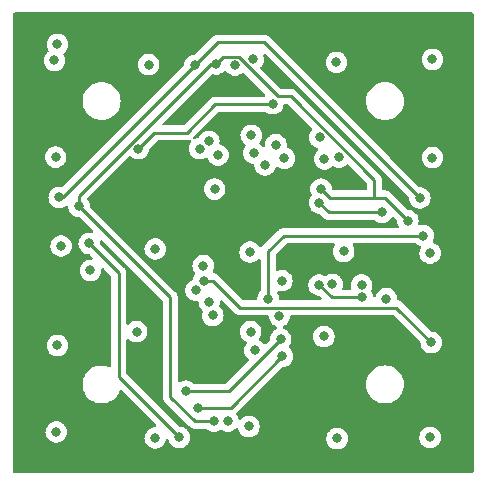
<source format=gbr>
%TF.GenerationSoftware,KiCad,Pcbnew,(6.0.1)*%
%TF.CreationDate,2022-11-17T20:37:07-05:00*%
%TF.ProjectId,ThermixelGrid,54686572-6d69-4786-956c-477269642e6b,rev?*%
%TF.SameCoordinates,Original*%
%TF.FileFunction,Copper,L3,Inr*%
%TF.FilePolarity,Positive*%
%FSLAX46Y46*%
G04 Gerber Fmt 4.6, Leading zero omitted, Abs format (unit mm)*
G04 Created by KiCad (PCBNEW (6.0.1)) date 2022-11-17 20:37:07*
%MOMM*%
%LPD*%
G01*
G04 APERTURE LIST*
%TA.AperFunction,ViaPad*%
%ADD10C,0.800000*%
%TD*%
%TA.AperFunction,Conductor*%
%ADD11C,0.250000*%
%TD*%
G04 APERTURE END LIST*
D10*
%TO.N,GND*%
X15646400Y-17932400D03*
X7213600Y-35356800D03*
X31902400Y-21793200D03*
X8839200Y-16510000D03*
X31800800Y-35763200D03*
X15785500Y-14376400D03*
X23825200Y-34544000D03*
X32207200Y-27736800D03*
X15900400Y-26314400D03*
X14782800Y-8940800D03*
X23520400Y-18034000D03*
X7518400Y-10566400D03*
X32207200Y-2692400D03*
X29819600Y-3810000D03*
X15900400Y-29921200D03*
X14579600Y-20980400D03*
X14122400Y-3403600D03*
X7366000Y-26162000D03*
%TO.N,+5V*%
X20828000Y-4470400D03*
X4267200Y-3200400D03*
X20472400Y-35560000D03*
X35814000Y-20878800D03*
X4572000Y-20269200D03*
%TO.N,SCL*%
X33934400Y-18135600D03*
X17678400Y-4876800D03*
X26582446Y-15452372D03*
X15138400Y-32562800D03*
X17526000Y-35102800D03*
X6096000Y-16916400D03*
X23167109Y-28167389D03*
X32105600Y-24739600D03*
%TO.N,SDA*%
X14579600Y-36474400D03*
X31750000Y-17424400D03*
X6959600Y-20066000D03*
X34950400Y-16205200D03*
X15900400Y-4978400D03*
X23317200Y-29616400D03*
X16205200Y-33985200D03*
X26441829Y-16626289D03*
X4419600Y-16154400D03*
%TO.N,Net-(R1-Pad2)*%
X4013200Y-4572000D03*
X17576800Y-15456500D03*
%TO.N,Net-(R2-Pad2)*%
X11988800Y-4927600D03*
X16306800Y-12039600D03*
%TO.N,Net-(R3-Pad2)*%
X17087280Y-11415216D03*
X19305230Y-4959862D03*
%TO.N,Net-(R4-Pad2)*%
X27889200Y-4724400D03*
X17859869Y-12582631D03*
%TO.N,Net-(R5-Pad2)*%
X36017200Y-4470400D03*
X21844000Y-13411200D03*
%TO.N,Net-(R6-Pad2)*%
X4114800Y-12750800D03*
X20878800Y-12395200D03*
%TO.N,Net-(R7-Pad2)*%
X11125200Y-12026300D03*
X22504400Y-8229600D03*
%TO.N,Net-(R8-Pad2)*%
X20675600Y-10906500D03*
%TO.N,Net-(R9-Pad2)*%
X28092400Y-12750800D03*
%TO.N,Net-(R10-Pad2)*%
X36017200Y-12801600D03*
X26466800Y-11074400D03*
%TO.N,Net-(R11-Pad2)*%
X22762699Y-11688299D03*
X7061200Y-22352000D03*
%TO.N,Net-(R12-Pad2)*%
X23487199Y-12852400D03*
X12547600Y-20523200D03*
%TO.N,Net-(R13-Pad2)*%
X20574000Y-20777200D03*
X26873200Y-12903200D03*
%TO.N,Net-(R14-Pad2)*%
X20624800Y-27533600D03*
X28498800Y-20726400D03*
%TO.N,Net-(R15-Pad2)*%
X35229139Y-19390062D03*
X22098000Y-24739600D03*
%TO.N,Net-(R16-Pad2)*%
X4267200Y-28702000D03*
X17424400Y-26162000D03*
%TO.N,Net-(R17-Pad2)*%
X10972800Y-27533600D03*
X17119600Y-24993600D03*
%TO.N,Net-(R18-Pad2)*%
X16002000Y-24028400D03*
X20980400Y-29108400D03*
%TO.N,Net-(R19-Pad2)*%
X23063200Y-26212800D03*
X26822400Y-27940000D03*
%TO.N,Net-(R20-Pad2)*%
X16662400Y-23215600D03*
X35915600Y-28448000D03*
%TO.N,Net-(R21-Pad2)*%
X4165600Y-36017200D03*
X16611600Y-21945600D03*
%TO.N,Net-(R22-Pad2)*%
X12547600Y-36525200D03*
X27533600Y-23524500D03*
%TO.N,Net-(R23-Pad2)*%
X23266400Y-23215600D03*
X18694400Y-35102800D03*
%TO.N,Net-(R24-Pad2)*%
X27940000Y-36576000D03*
X30073600Y-24638000D03*
X26416000Y-23571200D03*
%TO.N,Net-(R25-Pad2)*%
X35814000Y-36474400D03*
X30022800Y-23571200D03*
%TD*%
D11*
%TO.N,SCL*%
X19605333Y-4235351D02*
X20029741Y-4659759D01*
X20029741Y-4659759D02*
X20029741Y-4738941D01*
X24037014Y-7620000D02*
X31089600Y-14672586D01*
X31089600Y-14672586D02*
X31089600Y-16205200D01*
X22910800Y-7620000D02*
X24037014Y-7620000D01*
X20029741Y-4738941D02*
X22910800Y-7620000D01*
X6096000Y-16916400D02*
X6096000Y-16030886D01*
X6096000Y-16030886D02*
X17250086Y-4876800D01*
X17250086Y-4876800D02*
X17678400Y-4876800D01*
X32004000Y-16205200D02*
X33934400Y-18135600D01*
X23167109Y-28167389D02*
X18771698Y-32562800D01*
X27335274Y-16205200D02*
X32004000Y-16205200D01*
X17678400Y-4876800D02*
X18319849Y-4235351D01*
X13817600Y-24638000D02*
X6096000Y-16916400D01*
X13817600Y-33028614D02*
X13817600Y-24638000D01*
X17526000Y-35102800D02*
X15891786Y-35102800D01*
X26582446Y-15452372D02*
X27335274Y-16205200D01*
X15891786Y-35102800D02*
X13817600Y-33028614D01*
X18319849Y-4235351D02*
X19605333Y-4235351D01*
X18771698Y-32562800D02*
X15138400Y-32562800D01*
%TO.N,SDA*%
X16205200Y-33985200D02*
X18948400Y-33985200D01*
X15900400Y-4978400D02*
X4724400Y-16154400D01*
X27239940Y-17424400D02*
X31750000Y-17424400D01*
X9474521Y-22580921D02*
X9474521Y-31369321D01*
X21793200Y-3048000D02*
X17830800Y-3048000D01*
X17830800Y-3048000D02*
X15900400Y-4978400D01*
X9474521Y-31369321D02*
X14579600Y-36474400D01*
X4724400Y-16154400D02*
X4419600Y-16154400D01*
X6959600Y-20066000D02*
X9474521Y-22580921D01*
X26441829Y-16626289D02*
X27239940Y-17424400D01*
X34950400Y-16205200D02*
X21793200Y-3048000D01*
X18948400Y-33985200D02*
X23317200Y-29616400D01*
%TO.N,Net-(R7-Pad2)*%
X22453600Y-8280400D02*
X17627600Y-8280400D01*
X22504400Y-8229600D02*
X22453600Y-8280400D01*
X17627600Y-8280400D02*
X15217295Y-10690705D01*
X15217295Y-10690705D02*
X12460795Y-10690705D01*
X12460795Y-10690705D02*
X11125200Y-12026300D01*
%TO.N,Net-(R15-Pad2)*%
X22098000Y-20726400D02*
X22098000Y-24739600D01*
X35229139Y-19390062D02*
X35213601Y-19405600D01*
X23418800Y-19405600D02*
X22098000Y-20726400D01*
X35213601Y-19405600D02*
X23418800Y-19405600D01*
%TO.N,Net-(R20-Pad2)*%
X16662400Y-23215600D02*
X17435813Y-23215600D01*
X17435813Y-23215600D02*
X19708502Y-25488289D01*
X32955889Y-25488289D02*
X35915600Y-28448000D01*
X19708502Y-25488289D02*
X32955889Y-25488289D01*
%TO.N,Net-(R24-Pad2)*%
X27482800Y-24638000D02*
X30073600Y-24638000D01*
X26416000Y-23571200D02*
X27482800Y-24638000D01*
%TD*%
%TA.AperFunction,Conductor*%
%TO.N,GND*%
G36*
X39434121Y-528002D02*
G01*
X39480614Y-581658D01*
X39492000Y-634000D01*
X39492000Y-39366000D01*
X39471998Y-39434121D01*
X39418342Y-39480614D01*
X39366000Y-39492000D01*
X634000Y-39492000D01*
X565879Y-39471998D01*
X519386Y-39418342D01*
X508000Y-39366000D01*
X508000Y-36017200D01*
X3252096Y-36017200D01*
X3272058Y-36207128D01*
X3331073Y-36388756D01*
X3426560Y-36554144D01*
X3554347Y-36696066D01*
X3708848Y-36808318D01*
X3714876Y-36811002D01*
X3714878Y-36811003D01*
X3877281Y-36883309D01*
X3883312Y-36885994D01*
X3976713Y-36905847D01*
X4063656Y-36924328D01*
X4063661Y-36924328D01*
X4070113Y-36925700D01*
X4261087Y-36925700D01*
X4267539Y-36924328D01*
X4267544Y-36924328D01*
X4354487Y-36905847D01*
X4447888Y-36885994D01*
X4453919Y-36883309D01*
X4616322Y-36811003D01*
X4616324Y-36811002D01*
X4622352Y-36808318D01*
X4776853Y-36696066D01*
X4904640Y-36554144D01*
X5000127Y-36388756D01*
X5059142Y-36207128D01*
X5079104Y-36017200D01*
X5074311Y-35971594D01*
X5059832Y-35833835D01*
X5059832Y-35833833D01*
X5059142Y-35827272D01*
X5000127Y-35645644D01*
X4904640Y-35480256D01*
X4833823Y-35401605D01*
X4781275Y-35343245D01*
X4781274Y-35343244D01*
X4776853Y-35338334D01*
X4622352Y-35226082D01*
X4616324Y-35223398D01*
X4616322Y-35223397D01*
X4453919Y-35151091D01*
X4453918Y-35151091D01*
X4447888Y-35148406D01*
X4354488Y-35128553D01*
X4267544Y-35110072D01*
X4267539Y-35110072D01*
X4261087Y-35108700D01*
X4070113Y-35108700D01*
X4063661Y-35110072D01*
X4063656Y-35110072D01*
X3976712Y-35128553D01*
X3883312Y-35148406D01*
X3877282Y-35151091D01*
X3877281Y-35151091D01*
X3714878Y-35223397D01*
X3714876Y-35223398D01*
X3708848Y-35226082D01*
X3554347Y-35338334D01*
X3549926Y-35343244D01*
X3549925Y-35343245D01*
X3497378Y-35401605D01*
X3426560Y-35480256D01*
X3331073Y-35645644D01*
X3272058Y-35827272D01*
X3271368Y-35833833D01*
X3271368Y-35833835D01*
X3256889Y-35971594D01*
X3252096Y-36017200D01*
X508000Y-36017200D01*
X508000Y-28702000D01*
X3353696Y-28702000D01*
X3354386Y-28708565D01*
X3369094Y-28848500D01*
X3373658Y-28891928D01*
X3432673Y-29073556D01*
X3435976Y-29079278D01*
X3435977Y-29079279D01*
X3460616Y-29121955D01*
X3528160Y-29238944D01*
X3532578Y-29243851D01*
X3532579Y-29243852D01*
X3587282Y-29304606D01*
X3655947Y-29380866D01*
X3710077Y-29420194D01*
X3783682Y-29473671D01*
X3810448Y-29493118D01*
X3816476Y-29495802D01*
X3816478Y-29495803D01*
X3978881Y-29568109D01*
X3984912Y-29570794D01*
X4078313Y-29590647D01*
X4165256Y-29609128D01*
X4165261Y-29609128D01*
X4171713Y-29610500D01*
X4362687Y-29610500D01*
X4369139Y-29609128D01*
X4369144Y-29609128D01*
X4456087Y-29590647D01*
X4549488Y-29570794D01*
X4555519Y-29568109D01*
X4717922Y-29495803D01*
X4717924Y-29495802D01*
X4723952Y-29493118D01*
X4750719Y-29473671D01*
X4824323Y-29420194D01*
X4878453Y-29380866D01*
X4947118Y-29304606D01*
X5001821Y-29243852D01*
X5001822Y-29243851D01*
X5006240Y-29238944D01*
X5073784Y-29121955D01*
X5098423Y-29079279D01*
X5098424Y-29079278D01*
X5101727Y-29073556D01*
X5160742Y-28891928D01*
X5165307Y-28848500D01*
X5180014Y-28708565D01*
X5180704Y-28702000D01*
X5173280Y-28631365D01*
X5161432Y-28518635D01*
X5161432Y-28518633D01*
X5160742Y-28512072D01*
X5101727Y-28330444D01*
X5096181Y-28320837D01*
X5054089Y-28247932D01*
X5006240Y-28165056D01*
X4986095Y-28142682D01*
X4882875Y-28028045D01*
X4882874Y-28028044D01*
X4878453Y-28023134D01*
X4764029Y-27940000D01*
X4729294Y-27914763D01*
X4729293Y-27914762D01*
X4723952Y-27910882D01*
X4717924Y-27908198D01*
X4717922Y-27908197D01*
X4555519Y-27835891D01*
X4555518Y-27835891D01*
X4549488Y-27833206D01*
X4449962Y-27812051D01*
X4369144Y-27794872D01*
X4369139Y-27794872D01*
X4362687Y-27793500D01*
X4171713Y-27793500D01*
X4165261Y-27794872D01*
X4165256Y-27794872D01*
X4084438Y-27812051D01*
X3984912Y-27833206D01*
X3978882Y-27835891D01*
X3978881Y-27835891D01*
X3816478Y-27908197D01*
X3816476Y-27908198D01*
X3810448Y-27910882D01*
X3805107Y-27914762D01*
X3805106Y-27914763D01*
X3770371Y-27940000D01*
X3655947Y-28023134D01*
X3651526Y-28028044D01*
X3651525Y-28028045D01*
X3548306Y-28142682D01*
X3528160Y-28165056D01*
X3480311Y-28247932D01*
X3438220Y-28320837D01*
X3432673Y-28330444D01*
X3373658Y-28512072D01*
X3372968Y-28518633D01*
X3372968Y-28518635D01*
X3361120Y-28631365D01*
X3353696Y-28702000D01*
X508000Y-28702000D01*
X508000Y-20269200D01*
X3658496Y-20269200D01*
X3659186Y-20275765D01*
X3665617Y-20336948D01*
X3678458Y-20459128D01*
X3737473Y-20640756D01*
X3832960Y-20806144D01*
X3837378Y-20811051D01*
X3837379Y-20811052D01*
X3926261Y-20909765D01*
X3960747Y-20948066D01*
X4115248Y-21060318D01*
X4121276Y-21063002D01*
X4121278Y-21063003D01*
X4283681Y-21135309D01*
X4289712Y-21137994D01*
X4367282Y-21154482D01*
X4470056Y-21176328D01*
X4470061Y-21176328D01*
X4476513Y-21177700D01*
X4667487Y-21177700D01*
X4673939Y-21176328D01*
X4673944Y-21176328D01*
X4776718Y-21154482D01*
X4854288Y-21137994D01*
X4860319Y-21135309D01*
X5022722Y-21063003D01*
X5022724Y-21063002D01*
X5028752Y-21060318D01*
X5183253Y-20948066D01*
X5217739Y-20909765D01*
X5306621Y-20811052D01*
X5306622Y-20811051D01*
X5311040Y-20806144D01*
X5406527Y-20640756D01*
X5465542Y-20459128D01*
X5478384Y-20336948D01*
X5484814Y-20275765D01*
X5485504Y-20269200D01*
X5476535Y-20183865D01*
X5466232Y-20085835D01*
X5466232Y-20085833D01*
X5465542Y-20079272D01*
X5406527Y-19897644D01*
X5394073Y-19876072D01*
X5331293Y-19767336D01*
X5311040Y-19732256D01*
X5183253Y-19590334D01*
X5028752Y-19478082D01*
X5022724Y-19475398D01*
X5022722Y-19475397D01*
X4860319Y-19403091D01*
X4860318Y-19403091D01*
X4854288Y-19400406D01*
X4760887Y-19380553D01*
X4673944Y-19362072D01*
X4673939Y-19362072D01*
X4667487Y-19360700D01*
X4476513Y-19360700D01*
X4470061Y-19362072D01*
X4470056Y-19362072D01*
X4383113Y-19380553D01*
X4289712Y-19400406D01*
X4283682Y-19403091D01*
X4283681Y-19403091D01*
X4121278Y-19475397D01*
X4121276Y-19475398D01*
X4115248Y-19478082D01*
X3960747Y-19590334D01*
X3832960Y-19732256D01*
X3812707Y-19767336D01*
X3749928Y-19876072D01*
X3737473Y-19897644D01*
X3678458Y-20079272D01*
X3677768Y-20085833D01*
X3677768Y-20085835D01*
X3667465Y-20183865D01*
X3658496Y-20269200D01*
X508000Y-20269200D01*
X508000Y-16154400D01*
X3506096Y-16154400D01*
X3506786Y-16160965D01*
X3524202Y-16326666D01*
X3526058Y-16344328D01*
X3585073Y-16525956D01*
X3680560Y-16691344D01*
X3684978Y-16696251D01*
X3684979Y-16696252D01*
X3787087Y-16809654D01*
X3808347Y-16833266D01*
X3962848Y-16945518D01*
X3968876Y-16948202D01*
X3968878Y-16948203D01*
X4093231Y-17003568D01*
X4137312Y-17023194D01*
X4230713Y-17043047D01*
X4317656Y-17061528D01*
X4317661Y-17061528D01*
X4324113Y-17062900D01*
X4515087Y-17062900D01*
X4521539Y-17061528D01*
X4521544Y-17061528D01*
X4608487Y-17043047D01*
X4701888Y-17023194D01*
X4745969Y-17003568D01*
X4870322Y-16948203D01*
X4870324Y-16948202D01*
X4876352Y-16945518D01*
X4916430Y-16916400D01*
X4987061Y-16865083D01*
X5053929Y-16841225D01*
X5123080Y-16857305D01*
X5172560Y-16908219D01*
X5186432Y-16953849D01*
X5199060Y-17073994D01*
X5202458Y-17106328D01*
X5261473Y-17287956D01*
X5356960Y-17453344D01*
X5484747Y-17595266D01*
X5639248Y-17707518D01*
X5645276Y-17710202D01*
X5645278Y-17710203D01*
X5807681Y-17782509D01*
X5813712Y-17785194D01*
X5898682Y-17803255D01*
X5994056Y-17823528D01*
X5994061Y-17823528D01*
X6000513Y-17824900D01*
X6056406Y-17824900D01*
X6124527Y-17844902D01*
X6145501Y-17861805D01*
X7244638Y-18960942D01*
X7278664Y-19023254D01*
X7273599Y-19094069D01*
X7231052Y-19150905D01*
X7164532Y-19175716D01*
X7129347Y-19173284D01*
X7061546Y-19158873D01*
X7061547Y-19158873D01*
X7055087Y-19157500D01*
X6864113Y-19157500D01*
X6857661Y-19158872D01*
X6857656Y-19158872D01*
X6778414Y-19175716D01*
X6677312Y-19197206D01*
X6671282Y-19199891D01*
X6671281Y-19199891D01*
X6508878Y-19272197D01*
X6508876Y-19272198D01*
X6502848Y-19274882D01*
X6348347Y-19387134D01*
X6220560Y-19529056D01*
X6125073Y-19694444D01*
X6066058Y-19876072D01*
X6065368Y-19882633D01*
X6065368Y-19882635D01*
X6062377Y-19911091D01*
X6046096Y-20066000D01*
X6046786Y-20072565D01*
X6064403Y-20240177D01*
X6066058Y-20255928D01*
X6125073Y-20437556D01*
X6128376Y-20443278D01*
X6128377Y-20443279D01*
X6141152Y-20465406D01*
X6220560Y-20602944D01*
X6348347Y-20744866D01*
X6502848Y-20857118D01*
X6508876Y-20859802D01*
X6508878Y-20859803D01*
X6635836Y-20916328D01*
X6677312Y-20934794D01*
X6770713Y-20954647D01*
X6857656Y-20973128D01*
X6857661Y-20973128D01*
X6864113Y-20974500D01*
X6920006Y-20974500D01*
X6988127Y-20994502D01*
X7009101Y-21011405D01*
X7226101Y-21228405D01*
X7260127Y-21290717D01*
X7255062Y-21361532D01*
X7212515Y-21418368D01*
X7145995Y-21443179D01*
X7137006Y-21443500D01*
X6965713Y-21443500D01*
X6959261Y-21444872D01*
X6959256Y-21444872D01*
X6888327Y-21459949D01*
X6778912Y-21483206D01*
X6772882Y-21485891D01*
X6772881Y-21485891D01*
X6610478Y-21558197D01*
X6610476Y-21558198D01*
X6604448Y-21560882D01*
X6599107Y-21564762D01*
X6599106Y-21564763D01*
X6560917Y-21592509D01*
X6449947Y-21673134D01*
X6445526Y-21678044D01*
X6445525Y-21678045D01*
X6347152Y-21787300D01*
X6322160Y-21815056D01*
X6318859Y-21820774D01*
X6250581Y-21939035D01*
X6226673Y-21980444D01*
X6167658Y-22162072D01*
X6166968Y-22168633D01*
X6166968Y-22168635D01*
X6153019Y-22301355D01*
X6147696Y-22352000D01*
X6148386Y-22358565D01*
X6165989Y-22526045D01*
X6167658Y-22541928D01*
X6226673Y-22723556D01*
X6229976Y-22729278D01*
X6229977Y-22729279D01*
X6234585Y-22737260D01*
X6322160Y-22888944D01*
X6326578Y-22893851D01*
X6326579Y-22893852D01*
X6445270Y-23025672D01*
X6449947Y-23030866D01*
X6505020Y-23070879D01*
X6595389Y-23136536D01*
X6604448Y-23143118D01*
X6610476Y-23145802D01*
X6610478Y-23145803D01*
X6767246Y-23215600D01*
X6778912Y-23220794D01*
X6843850Y-23234597D01*
X6959256Y-23259128D01*
X6959261Y-23259128D01*
X6965713Y-23260500D01*
X7156687Y-23260500D01*
X7163139Y-23259128D01*
X7163144Y-23259128D01*
X7278550Y-23234597D01*
X7343488Y-23220794D01*
X7355154Y-23215600D01*
X7511922Y-23145803D01*
X7511924Y-23145802D01*
X7517952Y-23143118D01*
X7527012Y-23136536D01*
X7617380Y-23070879D01*
X7672453Y-23030866D01*
X7677130Y-23025672D01*
X7795821Y-22893852D01*
X7795822Y-22893851D01*
X7800240Y-22888944D01*
X7887815Y-22737260D01*
X7892423Y-22729279D01*
X7892424Y-22729278D01*
X7895727Y-22723556D01*
X7954742Y-22541928D01*
X7956412Y-22526045D01*
X7974014Y-22358565D01*
X7974704Y-22352000D01*
X7967854Y-22286828D01*
X7980626Y-22216990D01*
X8029128Y-22165144D01*
X8097961Y-22147749D01*
X8165271Y-22170330D01*
X8182259Y-22184563D01*
X8804116Y-22806420D01*
X8838142Y-22868732D01*
X8841021Y-22895515D01*
X8841021Y-30418762D01*
X8821019Y-30486883D01*
X8767363Y-30533376D01*
X8697089Y-30543480D01*
X8666806Y-30535172D01*
X8546149Y-30485194D01*
X8503164Y-30467389D01*
X8503162Y-30467388D01*
X8498591Y-30465495D01*
X8413968Y-30445179D01*
X8257216Y-30407546D01*
X8257210Y-30407545D01*
X8252403Y-30406391D01*
X8152584Y-30398535D01*
X8065655Y-30391693D01*
X8065648Y-30391693D01*
X8063199Y-30391500D01*
X7936801Y-30391500D01*
X7934352Y-30391693D01*
X7934345Y-30391693D01*
X7847416Y-30398535D01*
X7747597Y-30406391D01*
X7742790Y-30407545D01*
X7742784Y-30407546D01*
X7586032Y-30445179D01*
X7501409Y-30465495D01*
X7496838Y-30467388D01*
X7496836Y-30467389D01*
X7272072Y-30560489D01*
X7272068Y-30560491D01*
X7267498Y-30562384D01*
X7051624Y-30694672D01*
X6859102Y-30859102D01*
X6694672Y-31051624D01*
X6562384Y-31267498D01*
X6465495Y-31501409D01*
X6464340Y-31506221D01*
X6419764Y-31691896D01*
X6406391Y-31747597D01*
X6386526Y-32000000D01*
X6406391Y-32252403D01*
X6465495Y-32498591D01*
X6562384Y-32732502D01*
X6694672Y-32948376D01*
X6859102Y-33140898D01*
X7051624Y-33305328D01*
X7267498Y-33437616D01*
X7272068Y-33439509D01*
X7272072Y-33439511D01*
X7422698Y-33501902D01*
X7501409Y-33534505D01*
X7586032Y-33554821D01*
X7742784Y-33592454D01*
X7742790Y-33592455D01*
X7747597Y-33593609D01*
X7847416Y-33601465D01*
X7934345Y-33608307D01*
X7934352Y-33608307D01*
X7936801Y-33608500D01*
X8063199Y-33608500D01*
X8065648Y-33608307D01*
X8065655Y-33608307D01*
X8152584Y-33601465D01*
X8252403Y-33593609D01*
X8257210Y-33592455D01*
X8257216Y-33592454D01*
X8413968Y-33554821D01*
X8498591Y-33534505D01*
X8577302Y-33501902D01*
X8727928Y-33439511D01*
X8727932Y-33439509D01*
X8732502Y-33437616D01*
X8948376Y-33305328D01*
X9140898Y-33140898D01*
X9305328Y-32948376D01*
X9437616Y-32732502D01*
X9513124Y-32550210D01*
X9557672Y-32494929D01*
X9625036Y-32472508D01*
X9693827Y-32490066D01*
X9718628Y-32509333D01*
X12610901Y-35401605D01*
X12644927Y-35463917D01*
X12639862Y-35534732D01*
X12597315Y-35591568D01*
X12530795Y-35616379D01*
X12521806Y-35616700D01*
X12452113Y-35616700D01*
X12445661Y-35618072D01*
X12445656Y-35618072D01*
X12371095Y-35633921D01*
X12265312Y-35656406D01*
X12259282Y-35659091D01*
X12259281Y-35659091D01*
X12096878Y-35731397D01*
X12096876Y-35731398D01*
X12090848Y-35734082D01*
X12085507Y-35737962D01*
X12085506Y-35737963D01*
X12078071Y-35743365D01*
X11936347Y-35846334D01*
X11931926Y-35851244D01*
X11931925Y-35851245D01*
X11823563Y-35971594D01*
X11808560Y-35988256D01*
X11713073Y-36153644D01*
X11654058Y-36335272D01*
X11653368Y-36341833D01*
X11653368Y-36341835D01*
X11640125Y-36467835D01*
X11634096Y-36525200D01*
X11634786Y-36531765D01*
X11652463Y-36699949D01*
X11654058Y-36715128D01*
X11713073Y-36896756D01*
X11808560Y-37062144D01*
X11812978Y-37067051D01*
X11812979Y-37067052D01*
X11894103Y-37157149D01*
X11936347Y-37204066D01*
X12090848Y-37316318D01*
X12096876Y-37319002D01*
X12096878Y-37319003D01*
X12240394Y-37382900D01*
X12265312Y-37393994D01*
X12358713Y-37413847D01*
X12445656Y-37432328D01*
X12445661Y-37432328D01*
X12452113Y-37433700D01*
X12643087Y-37433700D01*
X12649539Y-37432328D01*
X12649544Y-37432328D01*
X12736487Y-37413847D01*
X12829888Y-37393994D01*
X12854806Y-37382900D01*
X12998322Y-37319003D01*
X12998324Y-37319002D01*
X13004352Y-37316318D01*
X13158853Y-37204066D01*
X13201097Y-37157149D01*
X13282221Y-37067052D01*
X13282222Y-37067051D01*
X13286640Y-37062144D01*
X13382127Y-36896756D01*
X13441142Y-36715128D01*
X13443075Y-36696737D01*
X13470090Y-36631081D01*
X13528312Y-36590452D01*
X13599257Y-36587751D01*
X13660401Y-36623834D01*
X13688217Y-36670972D01*
X13745073Y-36845956D01*
X13840560Y-37011344D01*
X13844978Y-37016251D01*
X13844979Y-37016252D01*
X13926892Y-37107226D01*
X13968347Y-37153266D01*
X14122848Y-37265518D01*
X14128876Y-37268202D01*
X14128878Y-37268203D01*
X14291281Y-37340509D01*
X14297312Y-37343194D01*
X14390713Y-37363047D01*
X14477656Y-37381528D01*
X14477661Y-37381528D01*
X14484113Y-37382900D01*
X14675087Y-37382900D01*
X14681539Y-37381528D01*
X14681544Y-37381528D01*
X14768487Y-37363047D01*
X14861888Y-37343194D01*
X14867919Y-37340509D01*
X15030322Y-37268203D01*
X15030324Y-37268202D01*
X15036352Y-37265518D01*
X15190853Y-37153266D01*
X15232308Y-37107226D01*
X15314221Y-37016252D01*
X15314222Y-37016251D01*
X15318640Y-37011344D01*
X15414127Y-36845956D01*
X15473142Y-36664328D01*
X15476637Y-36631081D01*
X15482426Y-36576000D01*
X27026496Y-36576000D01*
X27027186Y-36582565D01*
X27041779Y-36721406D01*
X27046458Y-36765928D01*
X27105473Y-36947556D01*
X27200960Y-37112944D01*
X27205378Y-37117851D01*
X27205379Y-37117852D01*
X27286503Y-37207949D01*
X27328747Y-37254866D01*
X27347104Y-37268203D01*
X27450320Y-37343194D01*
X27483248Y-37367118D01*
X27489276Y-37369802D01*
X27489278Y-37369803D01*
X27632794Y-37433700D01*
X27657712Y-37444794D01*
X27751113Y-37464647D01*
X27838056Y-37483128D01*
X27838061Y-37483128D01*
X27844513Y-37484500D01*
X28035487Y-37484500D01*
X28041939Y-37483128D01*
X28041944Y-37483128D01*
X28128887Y-37464647D01*
X28222288Y-37444794D01*
X28247206Y-37433700D01*
X28390722Y-37369803D01*
X28390724Y-37369802D01*
X28396752Y-37367118D01*
X28429681Y-37343194D01*
X28532896Y-37268203D01*
X28551253Y-37254866D01*
X28593497Y-37207949D01*
X28674621Y-37117852D01*
X28674622Y-37117851D01*
X28679040Y-37112944D01*
X28774527Y-36947556D01*
X28833542Y-36765928D01*
X28838222Y-36721406D01*
X28852814Y-36582565D01*
X28853504Y-36576000D01*
X28842826Y-36474400D01*
X34900496Y-36474400D01*
X34901186Y-36480965D01*
X34916964Y-36631081D01*
X34920458Y-36664328D01*
X34979473Y-36845956D01*
X35074960Y-37011344D01*
X35079378Y-37016251D01*
X35079379Y-37016252D01*
X35161292Y-37107226D01*
X35202747Y-37153266D01*
X35357248Y-37265518D01*
X35363276Y-37268202D01*
X35363278Y-37268203D01*
X35525681Y-37340509D01*
X35531712Y-37343194D01*
X35625113Y-37363047D01*
X35712056Y-37381528D01*
X35712061Y-37381528D01*
X35718513Y-37382900D01*
X35909487Y-37382900D01*
X35915939Y-37381528D01*
X35915944Y-37381528D01*
X36002887Y-37363047D01*
X36096288Y-37343194D01*
X36102319Y-37340509D01*
X36264722Y-37268203D01*
X36264724Y-37268202D01*
X36270752Y-37265518D01*
X36425253Y-37153266D01*
X36466708Y-37107226D01*
X36548621Y-37016252D01*
X36548622Y-37016251D01*
X36553040Y-37011344D01*
X36648527Y-36845956D01*
X36707542Y-36664328D01*
X36711037Y-36631081D01*
X36726814Y-36480965D01*
X36727504Y-36474400D01*
X36722711Y-36428794D01*
X36708232Y-36291035D01*
X36708232Y-36291033D01*
X36707542Y-36284472D01*
X36648527Y-36102844D01*
X36553040Y-35937456D01*
X36478914Y-35855130D01*
X36429675Y-35800445D01*
X36429674Y-35800444D01*
X36425253Y-35795534D01*
X36304687Y-35707937D01*
X36276094Y-35687163D01*
X36276093Y-35687162D01*
X36270752Y-35683282D01*
X36264724Y-35680598D01*
X36264722Y-35680597D01*
X36102319Y-35608291D01*
X36102318Y-35608291D01*
X36096288Y-35605606D01*
X35999604Y-35585055D01*
X35915944Y-35567272D01*
X35915939Y-35567272D01*
X35909487Y-35565900D01*
X35718513Y-35565900D01*
X35712061Y-35567272D01*
X35712056Y-35567272D01*
X35628396Y-35585055D01*
X35531712Y-35605606D01*
X35525682Y-35608291D01*
X35525681Y-35608291D01*
X35363278Y-35680597D01*
X35363276Y-35680598D01*
X35357248Y-35683282D01*
X35351907Y-35687162D01*
X35351906Y-35687163D01*
X35323313Y-35707937D01*
X35202747Y-35795534D01*
X35198326Y-35800444D01*
X35198325Y-35800445D01*
X35149087Y-35855130D01*
X35074960Y-35937456D01*
X34979473Y-36102844D01*
X34920458Y-36284472D01*
X34919768Y-36291033D01*
X34919768Y-36291035D01*
X34905289Y-36428794D01*
X34900496Y-36474400D01*
X28842826Y-36474400D01*
X28834232Y-36392635D01*
X28834232Y-36392633D01*
X28833542Y-36386072D01*
X28774527Y-36204444D01*
X28679040Y-36039056D01*
X28654049Y-36011300D01*
X28555675Y-35902045D01*
X28555674Y-35902044D01*
X28551253Y-35897134D01*
X28396752Y-35784882D01*
X28390724Y-35782198D01*
X28390722Y-35782197D01*
X28228319Y-35709891D01*
X28228318Y-35709891D01*
X28222288Y-35707206D01*
X28118509Y-35685147D01*
X28041944Y-35668872D01*
X28041939Y-35668872D01*
X28035487Y-35667500D01*
X27844513Y-35667500D01*
X27838061Y-35668872D01*
X27838056Y-35668872D01*
X27761491Y-35685147D01*
X27657712Y-35707206D01*
X27651682Y-35709891D01*
X27651681Y-35709891D01*
X27489278Y-35782197D01*
X27489276Y-35782198D01*
X27483248Y-35784882D01*
X27328747Y-35897134D01*
X27324326Y-35902044D01*
X27324325Y-35902045D01*
X27225952Y-36011300D01*
X27200960Y-36039056D01*
X27105473Y-36204444D01*
X27046458Y-36386072D01*
X27045768Y-36392633D01*
X27045768Y-36392635D01*
X27037174Y-36474400D01*
X27026496Y-36576000D01*
X15482426Y-36576000D01*
X15492414Y-36480965D01*
X15493104Y-36474400D01*
X15488311Y-36428794D01*
X15473832Y-36291035D01*
X15473832Y-36291033D01*
X15473142Y-36284472D01*
X15414127Y-36102844D01*
X15318640Y-35937456D01*
X15244514Y-35855130D01*
X15195275Y-35800445D01*
X15195274Y-35800444D01*
X15190853Y-35795534D01*
X15070287Y-35707937D01*
X15041694Y-35687163D01*
X15041693Y-35687162D01*
X15036352Y-35683282D01*
X15030324Y-35680598D01*
X15030322Y-35680597D01*
X14867919Y-35608291D01*
X14867918Y-35608291D01*
X14861888Y-35605606D01*
X14765204Y-35585055D01*
X14681544Y-35567272D01*
X14681539Y-35567272D01*
X14675087Y-35565900D01*
X14619194Y-35565900D01*
X14551073Y-35545898D01*
X14530099Y-35528995D01*
X10144926Y-31143821D01*
X10110900Y-31081509D01*
X10108021Y-31054726D01*
X10108021Y-28259137D01*
X10128023Y-28191016D01*
X10181679Y-28144523D01*
X10251953Y-28134419D01*
X10316533Y-28163913D01*
X10327647Y-28174816D01*
X10361547Y-28212466D01*
X10398902Y-28239606D01*
X10502118Y-28314597D01*
X10516048Y-28324718D01*
X10522076Y-28327402D01*
X10522078Y-28327403D01*
X10671811Y-28394068D01*
X10690512Y-28402394D01*
X10783912Y-28422247D01*
X10870856Y-28440728D01*
X10870861Y-28440728D01*
X10877313Y-28442100D01*
X11068287Y-28442100D01*
X11074739Y-28440728D01*
X11074744Y-28440728D01*
X11161687Y-28422247D01*
X11255088Y-28402394D01*
X11273789Y-28394068D01*
X11423522Y-28327403D01*
X11423524Y-28327402D01*
X11429552Y-28324718D01*
X11443483Y-28314597D01*
X11546698Y-28239606D01*
X11584053Y-28212466D01*
X11621593Y-28170774D01*
X11707421Y-28075452D01*
X11707422Y-28075451D01*
X11711840Y-28070544D01*
X11770114Y-27969610D01*
X11804023Y-27910879D01*
X11804024Y-27910878D01*
X11807327Y-27905156D01*
X11866342Y-27723528D01*
X11881229Y-27581891D01*
X11885614Y-27540165D01*
X11886304Y-27533600D01*
X11881158Y-27484640D01*
X11867032Y-27350235D01*
X11867032Y-27350233D01*
X11866342Y-27343672D01*
X11807327Y-27162044D01*
X11711840Y-26996656D01*
X11584053Y-26854734D01*
X11446303Y-26754652D01*
X11434894Y-26746363D01*
X11434893Y-26746362D01*
X11429552Y-26742482D01*
X11423524Y-26739798D01*
X11423522Y-26739797D01*
X11261119Y-26667491D01*
X11261118Y-26667491D01*
X11255088Y-26664806D01*
X11161687Y-26644953D01*
X11074744Y-26626472D01*
X11074739Y-26626472D01*
X11068287Y-26625100D01*
X10877313Y-26625100D01*
X10870861Y-26626472D01*
X10870856Y-26626472D01*
X10783913Y-26644953D01*
X10690512Y-26664806D01*
X10684482Y-26667491D01*
X10684481Y-26667491D01*
X10522078Y-26739797D01*
X10522076Y-26739798D01*
X10516048Y-26742482D01*
X10510707Y-26746362D01*
X10510706Y-26746363D01*
X10499297Y-26754652D01*
X10361547Y-26854734D01*
X10327655Y-26892375D01*
X10267212Y-26929613D01*
X10196228Y-26928262D01*
X10137243Y-26888748D01*
X10108985Y-26823618D01*
X10108021Y-26808063D01*
X10108021Y-22659684D01*
X10108548Y-22648500D01*
X10110222Y-22641012D01*
X10108083Y-22572953D01*
X10108021Y-22568996D01*
X10108021Y-22541065D01*
X10107515Y-22537059D01*
X10106582Y-22525213D01*
X10105443Y-22488958D01*
X10105194Y-22481031D01*
X10099543Y-22461579D01*
X10095535Y-22442227D01*
X10093989Y-22429989D01*
X10093988Y-22429987D01*
X10092995Y-22422124D01*
X10076715Y-22381007D01*
X10072880Y-22369806D01*
X10060539Y-22327327D01*
X10056506Y-22320508D01*
X10056504Y-22320503D01*
X10050228Y-22309892D01*
X10041531Y-22292142D01*
X10034073Y-22273304D01*
X10008092Y-22237544D01*
X10001574Y-22227622D01*
X9983099Y-22196381D01*
X9983095Y-22196376D01*
X9979063Y-22189558D01*
X9964739Y-22175234D01*
X9951897Y-22160199D01*
X9939993Y-22143814D01*
X9905927Y-22115632D01*
X9897148Y-22107643D01*
X7906722Y-20117217D01*
X7872696Y-20054905D01*
X7870507Y-20041292D01*
X7854322Y-19887296D01*
X7867094Y-19817458D01*
X7915596Y-19765611D01*
X7984429Y-19748217D01*
X8051739Y-19770799D01*
X8068727Y-19785031D01*
X13147195Y-24863499D01*
X13181221Y-24925811D01*
X13184100Y-24952594D01*
X13184100Y-32949847D01*
X13183573Y-32961030D01*
X13181898Y-32968523D01*
X13182147Y-32976449D01*
X13182147Y-32976450D01*
X13184038Y-33036600D01*
X13184100Y-33040559D01*
X13184100Y-33068470D01*
X13184597Y-33072404D01*
X13184597Y-33072405D01*
X13184605Y-33072470D01*
X13185538Y-33084307D01*
X13186927Y-33128503D01*
X13191460Y-33144106D01*
X13192578Y-33147953D01*
X13196587Y-33167314D01*
X13199126Y-33187411D01*
X13202045Y-33194782D01*
X13202045Y-33194784D01*
X13215404Y-33228526D01*
X13219249Y-33239756D01*
X13231582Y-33282207D01*
X13235615Y-33289026D01*
X13235617Y-33289031D01*
X13241893Y-33299642D01*
X13250588Y-33317390D01*
X13258048Y-33336231D01*
X13262710Y-33342647D01*
X13262710Y-33342648D01*
X13284036Y-33372001D01*
X13290552Y-33381921D01*
X13293351Y-33386653D01*
X13313058Y-33419976D01*
X13327379Y-33434297D01*
X13340219Y-33449330D01*
X13352128Y-33465721D01*
X13358234Y-33470772D01*
X13386205Y-33493912D01*
X13394984Y-33501902D01*
X15388134Y-35495053D01*
X15395674Y-35503339D01*
X15399786Y-35509818D01*
X15405563Y-35515243D01*
X15449437Y-35556443D01*
X15452279Y-35559198D01*
X15472016Y-35578935D01*
X15475213Y-35581415D01*
X15484233Y-35589118D01*
X15516465Y-35619386D01*
X15523411Y-35623205D01*
X15523414Y-35623207D01*
X15534220Y-35629148D01*
X15550739Y-35639999D01*
X15566745Y-35652414D01*
X15574014Y-35655559D01*
X15574018Y-35655562D01*
X15607323Y-35669974D01*
X15617973Y-35675191D01*
X15656726Y-35696495D01*
X15664401Y-35698466D01*
X15664402Y-35698466D01*
X15676348Y-35701533D01*
X15695052Y-35707937D01*
X15705521Y-35712467D01*
X15713641Y-35715981D01*
X15721464Y-35717220D01*
X15721474Y-35717223D01*
X15757310Y-35722899D01*
X15768930Y-35725305D01*
X15792659Y-35731397D01*
X15811756Y-35736300D01*
X15832010Y-35736300D01*
X15851720Y-35737851D01*
X15871729Y-35741020D01*
X15879621Y-35740274D01*
X15915747Y-35736859D01*
X15927605Y-35736300D01*
X16817800Y-35736300D01*
X16885921Y-35756302D01*
X16905147Y-35772643D01*
X16905420Y-35772340D01*
X16910332Y-35776763D01*
X16914747Y-35781666D01*
X16924515Y-35788763D01*
X17003755Y-35846334D01*
X17069248Y-35893918D01*
X17075276Y-35896602D01*
X17075278Y-35896603D01*
X17167036Y-35937456D01*
X17243712Y-35971594D01*
X17337112Y-35991447D01*
X17424056Y-36009928D01*
X17424061Y-36009928D01*
X17430513Y-36011300D01*
X17621487Y-36011300D01*
X17627939Y-36009928D01*
X17627944Y-36009928D01*
X17714888Y-35991447D01*
X17808288Y-35971594D01*
X17884964Y-35937456D01*
X17976722Y-35896603D01*
X17976724Y-35896602D01*
X17982752Y-35893918D01*
X18036139Y-35855130D01*
X18103007Y-35831271D01*
X18172158Y-35847352D01*
X18184261Y-35855130D01*
X18237648Y-35893918D01*
X18243676Y-35896602D01*
X18243678Y-35896603D01*
X18335436Y-35937456D01*
X18412112Y-35971594D01*
X18505512Y-35991447D01*
X18592456Y-36009928D01*
X18592461Y-36009928D01*
X18598913Y-36011300D01*
X18789887Y-36011300D01*
X18796339Y-36009928D01*
X18796344Y-36009928D01*
X18883288Y-35991447D01*
X18976688Y-35971594D01*
X19053364Y-35937456D01*
X19145122Y-35896603D01*
X19145124Y-35896602D01*
X19151152Y-35893918D01*
X19305653Y-35781666D01*
X19342923Y-35740274D01*
X19367960Y-35712467D01*
X19428406Y-35675227D01*
X19499390Y-35676579D01*
X19558374Y-35716092D01*
X19581428Y-35757839D01*
X19637873Y-35931556D01*
X19733360Y-36096944D01*
X19861147Y-36238866D01*
X20015648Y-36351118D01*
X20021676Y-36353802D01*
X20021678Y-36353803D01*
X20184081Y-36426109D01*
X20190112Y-36428794D01*
X20283513Y-36448647D01*
X20370456Y-36467128D01*
X20370461Y-36467128D01*
X20376913Y-36468500D01*
X20567887Y-36468500D01*
X20574339Y-36467128D01*
X20574344Y-36467128D01*
X20661287Y-36448647D01*
X20754688Y-36428794D01*
X20760719Y-36426109D01*
X20923122Y-36353803D01*
X20923124Y-36353802D01*
X20929152Y-36351118D01*
X21083653Y-36238866D01*
X21211440Y-36096944D01*
X21306927Y-35931556D01*
X21365942Y-35749928D01*
X21367212Y-35737851D01*
X21385214Y-35566565D01*
X21385904Y-35560000D01*
X21365942Y-35370072D01*
X21306927Y-35188444D01*
X21211440Y-35023056D01*
X21083653Y-34881134D01*
X20929152Y-34768882D01*
X20923124Y-34766198D01*
X20923122Y-34766197D01*
X20760719Y-34693891D01*
X20760718Y-34693891D01*
X20754688Y-34691206D01*
X20661288Y-34671353D01*
X20574344Y-34652872D01*
X20574339Y-34652872D01*
X20567887Y-34651500D01*
X20376913Y-34651500D01*
X20370461Y-34652872D01*
X20370456Y-34652872D01*
X20283512Y-34671353D01*
X20190112Y-34691206D01*
X20184082Y-34693891D01*
X20184081Y-34693891D01*
X20021678Y-34766197D01*
X20021676Y-34766198D01*
X20015648Y-34768882D01*
X19861147Y-34881134D01*
X19856726Y-34886044D01*
X19856725Y-34886045D01*
X19798840Y-34950333D01*
X19738394Y-34987573D01*
X19667410Y-34986221D01*
X19608426Y-34946708D01*
X19585371Y-34904960D01*
X19577630Y-34881134D01*
X19528927Y-34731244D01*
X19433440Y-34565856D01*
X19429021Y-34560948D01*
X19425139Y-34555605D01*
X19427486Y-34553900D01*
X19402274Y-34501304D01*
X19411070Y-34430854D01*
X19437542Y-34391962D01*
X21829504Y-32000000D01*
X30386526Y-32000000D01*
X30406391Y-32252403D01*
X30465495Y-32498591D01*
X30562384Y-32732502D01*
X30694672Y-32948376D01*
X30859102Y-33140898D01*
X31051624Y-33305328D01*
X31267498Y-33437616D01*
X31272068Y-33439509D01*
X31272072Y-33439511D01*
X31422698Y-33501902D01*
X31501409Y-33534505D01*
X31586032Y-33554821D01*
X31742784Y-33592454D01*
X31742790Y-33592455D01*
X31747597Y-33593609D01*
X31847416Y-33601465D01*
X31934345Y-33608307D01*
X31934352Y-33608307D01*
X31936801Y-33608500D01*
X32063199Y-33608500D01*
X32065648Y-33608307D01*
X32065655Y-33608307D01*
X32152584Y-33601465D01*
X32252403Y-33593609D01*
X32257210Y-33592455D01*
X32257216Y-33592454D01*
X32413968Y-33554821D01*
X32498591Y-33534505D01*
X32577302Y-33501902D01*
X32727928Y-33439511D01*
X32727932Y-33439509D01*
X32732502Y-33437616D01*
X32948376Y-33305328D01*
X33140898Y-33140898D01*
X33305328Y-32948376D01*
X33437616Y-32732502D01*
X33534505Y-32498591D01*
X33593609Y-32252403D01*
X33613474Y-32000000D01*
X33593609Y-31747597D01*
X33580237Y-31691896D01*
X33535660Y-31506221D01*
X33534505Y-31501409D01*
X33437616Y-31267498D01*
X33305328Y-31051624D01*
X33140898Y-30859102D01*
X32948376Y-30694672D01*
X32732502Y-30562384D01*
X32727932Y-30560491D01*
X32727928Y-30560489D01*
X32503164Y-30467389D01*
X32503162Y-30467388D01*
X32498591Y-30465495D01*
X32413968Y-30445179D01*
X32257216Y-30407546D01*
X32257210Y-30407545D01*
X32252403Y-30406391D01*
X32152584Y-30398535D01*
X32065655Y-30391693D01*
X32065648Y-30391693D01*
X32063199Y-30391500D01*
X31936801Y-30391500D01*
X31934352Y-30391693D01*
X31934345Y-30391693D01*
X31847416Y-30398535D01*
X31747597Y-30406391D01*
X31742790Y-30407545D01*
X31742784Y-30407546D01*
X31586032Y-30445179D01*
X31501409Y-30465495D01*
X31496838Y-30467388D01*
X31496836Y-30467389D01*
X31272072Y-30560489D01*
X31272068Y-30560491D01*
X31267498Y-30562384D01*
X31051624Y-30694672D01*
X30859102Y-30859102D01*
X30694672Y-31051624D01*
X30562384Y-31267498D01*
X30465495Y-31501409D01*
X30464340Y-31506221D01*
X30419764Y-31691896D01*
X30406391Y-31747597D01*
X30386526Y-32000000D01*
X21829504Y-32000000D01*
X23267699Y-30561805D01*
X23330011Y-30527779D01*
X23356794Y-30524900D01*
X23412687Y-30524900D01*
X23419139Y-30523528D01*
X23419144Y-30523528D01*
X23506088Y-30505047D01*
X23599488Y-30485194D01*
X23643733Y-30465495D01*
X23767922Y-30410203D01*
X23767924Y-30410202D01*
X23773952Y-30407518D01*
X23928453Y-30295266D01*
X24056240Y-30153344D01*
X24151727Y-29987956D01*
X24210742Y-29806328D01*
X24212746Y-29787266D01*
X24230014Y-29622965D01*
X24230704Y-29616400D01*
X24225911Y-29570794D01*
X24211432Y-29433035D01*
X24211432Y-29433033D01*
X24210742Y-29426472D01*
X24151727Y-29244844D01*
X24146181Y-29235237D01*
X24072951Y-29108400D01*
X24056240Y-29079456D01*
X23928453Y-28937534D01*
X23901243Y-28917765D01*
X23857891Y-28861543D01*
X23851816Y-28790807D01*
X23881668Y-28731522D01*
X23906149Y-28704333D01*
X23975479Y-28584250D01*
X23998332Y-28544668D01*
X23998333Y-28544667D01*
X24001636Y-28538945D01*
X24060651Y-28357317D01*
X24063476Y-28330444D01*
X24079923Y-28173954D01*
X24080613Y-28167389D01*
X24071715Y-28082729D01*
X24061341Y-27984024D01*
X24061341Y-27984022D01*
X24060651Y-27977461D01*
X24048479Y-27940000D01*
X25908896Y-27940000D01*
X25909586Y-27946565D01*
X25922617Y-28070544D01*
X25928858Y-28129928D01*
X25987873Y-28311556D01*
X25991176Y-28317278D01*
X25991177Y-28317279D01*
X25995472Y-28324718D01*
X26083360Y-28476944D01*
X26087778Y-28481851D01*
X26087779Y-28481852D01*
X26153902Y-28555289D01*
X26211147Y-28618866D01*
X26274773Y-28665093D01*
X26334607Y-28708565D01*
X26365648Y-28731118D01*
X26371676Y-28733802D01*
X26371678Y-28733803D01*
X26392625Y-28743129D01*
X26540112Y-28808794D01*
X26633513Y-28828647D01*
X26720456Y-28847128D01*
X26720461Y-28847128D01*
X26726913Y-28848500D01*
X26917887Y-28848500D01*
X26924339Y-28847128D01*
X26924344Y-28847128D01*
X27011287Y-28828647D01*
X27104688Y-28808794D01*
X27252175Y-28743129D01*
X27273122Y-28733803D01*
X27273124Y-28733802D01*
X27279152Y-28731118D01*
X27310194Y-28708565D01*
X27370027Y-28665093D01*
X27433653Y-28618866D01*
X27490898Y-28555289D01*
X27557021Y-28481852D01*
X27557022Y-28481851D01*
X27561440Y-28476944D01*
X27649328Y-28324718D01*
X27653623Y-28317279D01*
X27653624Y-28317278D01*
X27656927Y-28311556D01*
X27715942Y-28129928D01*
X27722184Y-28070544D01*
X27735214Y-27946565D01*
X27735904Y-27940000D01*
X27724680Y-27833206D01*
X27716632Y-27756635D01*
X27716632Y-27756633D01*
X27715942Y-27750072D01*
X27656927Y-27568444D01*
X27633020Y-27527035D01*
X27564741Y-27408774D01*
X27561440Y-27403056D01*
X27507971Y-27343672D01*
X27438075Y-27266045D01*
X27438074Y-27266044D01*
X27433653Y-27261134D01*
X27324619Y-27181916D01*
X27284494Y-27152763D01*
X27284493Y-27152762D01*
X27279152Y-27148882D01*
X27273124Y-27146198D01*
X27273122Y-27146197D01*
X27110719Y-27073891D01*
X27110718Y-27073891D01*
X27104688Y-27071206D01*
X27011287Y-27051353D01*
X26924344Y-27032872D01*
X26924339Y-27032872D01*
X26917887Y-27031500D01*
X26726913Y-27031500D01*
X26720461Y-27032872D01*
X26720456Y-27032872D01*
X26633512Y-27051353D01*
X26540112Y-27071206D01*
X26534082Y-27073891D01*
X26534081Y-27073891D01*
X26371678Y-27146197D01*
X26371676Y-27146198D01*
X26365648Y-27148882D01*
X26360307Y-27152762D01*
X26360306Y-27152763D01*
X26320181Y-27181916D01*
X26211147Y-27261134D01*
X26206726Y-27266044D01*
X26206725Y-27266045D01*
X26136830Y-27343672D01*
X26083360Y-27403056D01*
X26080059Y-27408774D01*
X26011781Y-27527035D01*
X25987873Y-27568444D01*
X25928858Y-27750072D01*
X25928168Y-27756633D01*
X25928168Y-27756635D01*
X25920120Y-27833206D01*
X25908896Y-27940000D01*
X24048479Y-27940000D01*
X24001636Y-27795833D01*
X23983980Y-27765251D01*
X23909450Y-27636163D01*
X23906149Y-27630445D01*
X23818950Y-27533600D01*
X23782784Y-27493434D01*
X23782783Y-27493433D01*
X23778362Y-27488523D01*
X23623861Y-27376271D01*
X23617833Y-27373587D01*
X23617831Y-27373586D01*
X23455428Y-27301280D01*
X23455427Y-27301280D01*
X23449397Y-27298595D01*
X23442942Y-27297223D01*
X23442939Y-27297222D01*
X23428485Y-27294150D01*
X23366011Y-27260422D01*
X23331690Y-27198273D01*
X23336417Y-27127434D01*
X23378692Y-27070396D01*
X23403432Y-27055796D01*
X23513922Y-27006603D01*
X23513924Y-27006602D01*
X23519952Y-27003918D01*
X23529948Y-26996656D01*
X23595214Y-26949237D01*
X23674453Y-26891666D01*
X23716697Y-26844749D01*
X23797821Y-26754652D01*
X23797822Y-26754651D01*
X23802240Y-26749744D01*
X23897727Y-26584356D01*
X23956742Y-26402728D01*
X23961422Y-26358206D01*
X23974411Y-26234618D01*
X24001424Y-26168962D01*
X24059646Y-26128332D01*
X24099721Y-26121789D01*
X32641295Y-26121789D01*
X32709416Y-26141791D01*
X32730390Y-26158694D01*
X34968478Y-28396782D01*
X35002504Y-28459094D01*
X35004693Y-28472707D01*
X35020463Y-28622749D01*
X35022058Y-28637928D01*
X35081073Y-28819556D01*
X35176560Y-28984944D01*
X35180978Y-28989851D01*
X35180979Y-28989852D01*
X35261659Y-29079456D01*
X35304347Y-29126866D01*
X35458848Y-29239118D01*
X35464876Y-29241802D01*
X35464878Y-29241803D01*
X35591836Y-29298328D01*
X35633312Y-29316794D01*
X35726713Y-29336647D01*
X35813656Y-29355128D01*
X35813661Y-29355128D01*
X35820113Y-29356500D01*
X36011087Y-29356500D01*
X36017539Y-29355128D01*
X36017544Y-29355128D01*
X36104487Y-29336647D01*
X36197888Y-29316794D01*
X36239364Y-29298328D01*
X36366322Y-29241803D01*
X36366324Y-29241802D01*
X36372352Y-29239118D01*
X36526853Y-29126866D01*
X36569541Y-29079456D01*
X36650221Y-28989852D01*
X36650222Y-28989851D01*
X36654640Y-28984944D01*
X36750127Y-28819556D01*
X36809142Y-28637928D01*
X36810738Y-28622749D01*
X36828414Y-28454565D01*
X36829104Y-28448000D01*
X36824311Y-28402394D01*
X36809832Y-28264635D01*
X36809832Y-28264633D01*
X36809142Y-28258072D01*
X36750127Y-28076444D01*
X36654640Y-27911056D01*
X36526853Y-27769134D01*
X36372352Y-27656882D01*
X36366324Y-27654198D01*
X36366322Y-27654197D01*
X36203919Y-27581891D01*
X36203918Y-27581891D01*
X36197888Y-27579206D01*
X36104487Y-27559353D01*
X36017544Y-27540872D01*
X36017539Y-27540872D01*
X36011087Y-27539500D01*
X35955195Y-27539500D01*
X35887074Y-27519498D01*
X35866100Y-27502595D01*
X33459541Y-25096036D01*
X33452001Y-25087750D01*
X33447889Y-25081271D01*
X33398237Y-25034645D01*
X33395396Y-25031891D01*
X33375659Y-25012154D01*
X33372462Y-25009674D01*
X33363440Y-25001969D01*
X33336989Y-24977130D01*
X33331210Y-24971703D01*
X33324264Y-24967884D01*
X33324261Y-24967882D01*
X33313455Y-24961941D01*
X33296936Y-24951090D01*
X33296472Y-24950730D01*
X33280930Y-24938675D01*
X33273661Y-24935530D01*
X33273657Y-24935527D01*
X33240352Y-24921115D01*
X33229702Y-24915898D01*
X33190949Y-24894594D01*
X33182066Y-24892313D01*
X33176543Y-24890895D01*
X33171326Y-24889556D01*
X33152623Y-24883152D01*
X33141309Y-24878256D01*
X33141308Y-24878256D01*
X33134034Y-24875108D01*
X33126206Y-24873868D01*
X33124704Y-24873630D01*
X33123622Y-24873117D01*
X33118590Y-24871655D01*
X33118826Y-24870843D01*
X33060551Y-24843218D01*
X33023023Y-24782950D01*
X33018414Y-24749181D01*
X33018414Y-24746165D01*
X33019104Y-24739600D01*
X33003195Y-24588237D01*
X32999832Y-24556235D01*
X32999832Y-24556233D01*
X32999142Y-24549672D01*
X32940127Y-24368044D01*
X32934581Y-24358437D01*
X32866796Y-24241031D01*
X32844640Y-24202656D01*
X32716853Y-24060734D01*
X32562352Y-23948482D01*
X32556324Y-23945798D01*
X32556322Y-23945797D01*
X32393919Y-23873491D01*
X32393918Y-23873491D01*
X32387888Y-23870806D01*
X32266646Y-23845035D01*
X32207544Y-23832472D01*
X32207539Y-23832472D01*
X32201087Y-23831100D01*
X32010113Y-23831100D01*
X32003661Y-23832472D01*
X32003656Y-23832472D01*
X31944554Y-23845035D01*
X31823312Y-23870806D01*
X31817282Y-23873491D01*
X31817281Y-23873491D01*
X31654878Y-23945797D01*
X31654876Y-23945798D01*
X31648848Y-23948482D01*
X31494347Y-24060734D01*
X31366560Y-24202656D01*
X31344404Y-24241031D01*
X31276620Y-24358437D01*
X31271073Y-24368044D01*
X31232399Y-24487068D01*
X31218252Y-24530609D01*
X31178178Y-24589215D01*
X31112782Y-24616852D01*
X31042825Y-24604745D01*
X30990519Y-24556739D01*
X30973109Y-24504844D01*
X30967832Y-24454635D01*
X30967832Y-24454633D01*
X30967142Y-24448072D01*
X30908127Y-24266444D01*
X30896692Y-24246637D01*
X30825659Y-24123606D01*
X30808921Y-24054611D01*
X30825658Y-23997609D01*
X30857327Y-23942756D01*
X30916342Y-23761128D01*
X30920591Y-23720706D01*
X30935614Y-23577765D01*
X30936304Y-23571200D01*
X30919551Y-23411806D01*
X30917032Y-23387835D01*
X30917032Y-23387833D01*
X30916342Y-23381272D01*
X30857327Y-23199644D01*
X30761840Y-23034256D01*
X30634053Y-22892334D01*
X30508713Y-22801269D01*
X30484894Y-22783963D01*
X30484893Y-22783962D01*
X30479552Y-22780082D01*
X30473524Y-22777398D01*
X30473522Y-22777397D01*
X30311119Y-22705091D01*
X30311118Y-22705091D01*
X30305088Y-22702406D01*
X30192154Y-22678401D01*
X30124744Y-22664072D01*
X30124739Y-22664072D01*
X30118287Y-22662700D01*
X29927313Y-22662700D01*
X29920861Y-22664072D01*
X29920856Y-22664072D01*
X29853446Y-22678401D01*
X29740512Y-22702406D01*
X29734482Y-22705091D01*
X29734481Y-22705091D01*
X29572078Y-22777397D01*
X29572076Y-22777398D01*
X29566048Y-22780082D01*
X29560707Y-22783962D01*
X29560706Y-22783963D01*
X29536887Y-22801269D01*
X29411547Y-22892334D01*
X29283760Y-23034256D01*
X29188273Y-23199644D01*
X29129258Y-23381272D01*
X29128568Y-23387833D01*
X29128568Y-23387835D01*
X29126049Y-23411806D01*
X29109296Y-23571200D01*
X29109986Y-23577765D01*
X29125010Y-23720706D01*
X29129258Y-23761128D01*
X29154744Y-23839564D01*
X29156772Y-23910531D01*
X29120110Y-23971329D01*
X29056398Y-24002654D01*
X29034911Y-24004500D01*
X28506316Y-24004500D01*
X28438195Y-23984498D01*
X28391702Y-23930842D01*
X28381598Y-23860568D01*
X28386483Y-23839564D01*
X28425102Y-23720706D01*
X28427142Y-23714428D01*
X28447104Y-23524500D01*
X28432050Y-23381272D01*
X28427832Y-23341135D01*
X28427832Y-23341133D01*
X28427142Y-23334572D01*
X28368127Y-23152944D01*
X28272640Y-22987556D01*
X28183850Y-22888944D01*
X28149275Y-22850545D01*
X28149274Y-22850544D01*
X28144853Y-22845634D01*
X28002584Y-22742269D01*
X27995694Y-22737263D01*
X27995693Y-22737262D01*
X27990352Y-22733382D01*
X27984324Y-22730698D01*
X27984322Y-22730697D01*
X27821919Y-22658391D01*
X27821918Y-22658391D01*
X27815888Y-22655706D01*
X27709484Y-22633089D01*
X27635544Y-22617372D01*
X27635539Y-22617372D01*
X27629087Y-22616000D01*
X27438113Y-22616000D01*
X27431661Y-22617372D01*
X27431656Y-22617372D01*
X27357716Y-22633089D01*
X27251312Y-22655706D01*
X27245282Y-22658391D01*
X27245281Y-22658391D01*
X27082879Y-22730697D01*
X27076848Y-22733382D01*
X27071512Y-22737259D01*
X27071510Y-22737260D01*
X27016248Y-22777411D01*
X26949380Y-22801269D01*
X26879182Y-22784592D01*
X26878098Y-22783966D01*
X26872752Y-22780082D01*
X26866723Y-22777398D01*
X26866720Y-22777396D01*
X26704319Y-22705091D01*
X26704318Y-22705091D01*
X26698288Y-22702406D01*
X26585354Y-22678401D01*
X26517944Y-22664072D01*
X26517939Y-22664072D01*
X26511487Y-22662700D01*
X26320513Y-22662700D01*
X26314061Y-22664072D01*
X26314056Y-22664072D01*
X26246646Y-22678401D01*
X26133712Y-22702406D01*
X26127682Y-22705091D01*
X26127681Y-22705091D01*
X25965278Y-22777397D01*
X25965276Y-22777398D01*
X25959248Y-22780082D01*
X25953907Y-22783962D01*
X25953906Y-22783963D01*
X25930087Y-22801269D01*
X25804747Y-22892334D01*
X25676960Y-23034256D01*
X25581473Y-23199644D01*
X25522458Y-23381272D01*
X25521768Y-23387833D01*
X25521768Y-23387835D01*
X25519249Y-23411806D01*
X25502496Y-23571200D01*
X25503186Y-23577765D01*
X25518210Y-23720706D01*
X25522458Y-23761128D01*
X25581473Y-23942756D01*
X25584776Y-23948478D01*
X25584777Y-23948479D01*
X25597970Y-23971329D01*
X25676960Y-24108144D01*
X25681378Y-24113051D01*
X25681379Y-24113052D01*
X25776170Y-24218328D01*
X25804747Y-24250066D01*
X25959248Y-24362318D01*
X25965276Y-24365002D01*
X25965278Y-24365003D01*
X26127681Y-24437309D01*
X26133712Y-24439994D01*
X26227112Y-24459847D01*
X26314056Y-24478328D01*
X26314061Y-24478328D01*
X26320513Y-24479700D01*
X26376405Y-24479700D01*
X26444526Y-24499702D01*
X26465500Y-24516605D01*
X26588589Y-24639694D01*
X26622615Y-24702006D01*
X26617550Y-24772821D01*
X26575003Y-24829657D01*
X26508483Y-24854468D01*
X26499494Y-24854789D01*
X23136814Y-24854789D01*
X23068693Y-24834787D01*
X23022200Y-24781131D01*
X23013129Y-24739429D01*
X23011504Y-24739600D01*
X22992232Y-24556235D01*
X22992232Y-24556233D01*
X22991542Y-24549672D01*
X22932527Y-24368044D01*
X22880136Y-24277301D01*
X22863399Y-24208308D01*
X22886619Y-24141216D01*
X22942426Y-24097329D01*
X23015453Y-24091056D01*
X23164456Y-24122728D01*
X23164461Y-24122728D01*
X23170913Y-24124100D01*
X23361887Y-24124100D01*
X23368339Y-24122728D01*
X23368344Y-24122728D01*
X23455287Y-24104247D01*
X23548688Y-24084394D01*
X23554719Y-24081709D01*
X23717122Y-24009403D01*
X23717124Y-24009402D01*
X23723152Y-24006718D01*
X23877653Y-23894466D01*
X24005440Y-23752544D01*
X24100927Y-23587156D01*
X24159942Y-23405528D01*
X24162492Y-23381272D01*
X24179214Y-23222165D01*
X24179904Y-23215600D01*
X24173319Y-23152944D01*
X24160632Y-23032235D01*
X24160632Y-23032233D01*
X24159942Y-23025672D01*
X24100927Y-22844044D01*
X24005440Y-22678656D01*
X23991198Y-22662838D01*
X23882075Y-22541645D01*
X23882074Y-22541644D01*
X23877653Y-22536734D01*
X23723152Y-22424482D01*
X23717124Y-22421798D01*
X23717122Y-22421797D01*
X23554719Y-22349491D01*
X23554718Y-22349491D01*
X23548688Y-22346806D01*
X23436121Y-22322879D01*
X23368344Y-22308472D01*
X23368339Y-22308472D01*
X23361887Y-22307100D01*
X23170913Y-22307100D01*
X23164461Y-22308472D01*
X23164456Y-22308472D01*
X23096679Y-22322879D01*
X22984112Y-22346806D01*
X22908748Y-22380360D01*
X22838382Y-22389794D01*
X22774085Y-22359688D01*
X22736272Y-22299599D01*
X22731500Y-22265253D01*
X22731500Y-21040994D01*
X22751502Y-20972873D01*
X22768405Y-20951899D01*
X23644299Y-20076005D01*
X23706611Y-20041979D01*
X23733394Y-20039100D01*
X27628330Y-20039100D01*
X27696451Y-20059102D01*
X27742944Y-20112758D01*
X27753048Y-20183032D01*
X27737449Y-20228099D01*
X27719999Y-20258324D01*
X27669783Y-20345301D01*
X27664273Y-20354844D01*
X27605258Y-20536472D01*
X27604568Y-20543033D01*
X27604568Y-20543035D01*
X27587381Y-20706565D01*
X27585296Y-20726400D01*
X27605258Y-20916328D01*
X27664273Y-21097956D01*
X27759760Y-21263344D01*
X27764178Y-21268251D01*
X27764179Y-21268252D01*
X27848169Y-21361532D01*
X27887547Y-21405266D01*
X28042048Y-21517518D01*
X28048076Y-21520202D01*
X28048078Y-21520203D01*
X28210481Y-21592509D01*
X28216512Y-21595194D01*
X28309912Y-21615047D01*
X28396856Y-21633528D01*
X28396861Y-21633528D01*
X28403313Y-21634900D01*
X28594287Y-21634900D01*
X28600739Y-21633528D01*
X28600744Y-21633528D01*
X28687688Y-21615047D01*
X28781088Y-21595194D01*
X28787119Y-21592509D01*
X28949522Y-21520203D01*
X28949524Y-21520202D01*
X28955552Y-21517518D01*
X29110053Y-21405266D01*
X29149431Y-21361532D01*
X29233421Y-21268252D01*
X29233422Y-21268251D01*
X29237840Y-21263344D01*
X29333327Y-21097956D01*
X29392342Y-20916328D01*
X29412304Y-20726400D01*
X29410219Y-20706565D01*
X29393032Y-20543035D01*
X29393032Y-20543033D01*
X29392342Y-20536472D01*
X29333327Y-20354844D01*
X29327818Y-20345301D01*
X29277601Y-20258324D01*
X29260151Y-20228099D01*
X29243413Y-20159105D01*
X29266633Y-20092013D01*
X29322440Y-20048126D01*
X29369270Y-20039100D01*
X34537423Y-20039100D01*
X34605544Y-20059102D01*
X34616727Y-20067641D01*
X34617886Y-20068928D01*
X34623225Y-20072807D01*
X34678213Y-20112758D01*
X34772387Y-20181180D01*
X34778415Y-20183864D01*
X34778417Y-20183865D01*
X34940822Y-20256172D01*
X34940824Y-20256173D01*
X34946851Y-20258856D01*
X34948843Y-20259280D01*
X35006051Y-20298397D01*
X35033689Y-20363794D01*
X35021582Y-20433750D01*
X35017643Y-20441132D01*
X34979473Y-20507244D01*
X34920458Y-20688872D01*
X34919768Y-20695433D01*
X34919768Y-20695435D01*
X34903183Y-20853237D01*
X34900496Y-20878800D01*
X34901186Y-20885365D01*
X34912657Y-20994502D01*
X34920458Y-21068728D01*
X34979473Y-21250356D01*
X34982776Y-21256078D01*
X34982777Y-21256079D01*
X34988929Y-21266734D01*
X35074960Y-21415744D01*
X35079378Y-21420651D01*
X35079379Y-21420652D01*
X35169015Y-21520203D01*
X35202747Y-21557666D01*
X35233940Y-21580329D01*
X35324320Y-21645994D01*
X35357248Y-21669918D01*
X35363276Y-21672602D01*
X35363278Y-21672603D01*
X35525681Y-21744909D01*
X35531712Y-21747594D01*
X35625112Y-21767447D01*
X35712056Y-21785928D01*
X35712061Y-21785928D01*
X35718513Y-21787300D01*
X35909487Y-21787300D01*
X35915939Y-21785928D01*
X35915944Y-21785928D01*
X36002888Y-21767447D01*
X36096288Y-21747594D01*
X36102319Y-21744909D01*
X36264722Y-21672603D01*
X36264724Y-21672602D01*
X36270752Y-21669918D01*
X36303681Y-21645994D01*
X36394060Y-21580329D01*
X36425253Y-21557666D01*
X36458985Y-21520203D01*
X36548621Y-21420652D01*
X36548622Y-21420651D01*
X36553040Y-21415744D01*
X36639071Y-21266734D01*
X36645223Y-21256079D01*
X36645224Y-21256078D01*
X36648527Y-21250356D01*
X36707542Y-21068728D01*
X36715344Y-20994502D01*
X36726814Y-20885365D01*
X36727504Y-20878800D01*
X36724817Y-20853237D01*
X36708232Y-20695435D01*
X36708232Y-20695433D01*
X36707542Y-20688872D01*
X36648527Y-20507244D01*
X36553040Y-20341856D01*
X36532325Y-20318849D01*
X36429675Y-20204845D01*
X36429674Y-20204844D01*
X36425253Y-20199934D01*
X36270752Y-20087682D01*
X36264724Y-20084998D01*
X36264722Y-20084997D01*
X36102317Y-20012690D01*
X36102315Y-20012689D01*
X36096288Y-20010006D01*
X36094296Y-20009582D01*
X36037088Y-19970465D01*
X36009450Y-19905068D01*
X36021557Y-19835112D01*
X36025496Y-19827730D01*
X36063666Y-19761618D01*
X36122681Y-19579990D01*
X36127434Y-19534774D01*
X36141953Y-19396627D01*
X36142643Y-19390062D01*
X36122681Y-19200134D01*
X36063666Y-19018506D01*
X35968179Y-18853118D01*
X35951813Y-18834941D01*
X35844814Y-18716107D01*
X35844813Y-18716106D01*
X35840392Y-18711196D01*
X35685891Y-18598944D01*
X35679863Y-18596260D01*
X35679861Y-18596259D01*
X35517458Y-18523953D01*
X35517457Y-18523953D01*
X35511427Y-18521268D01*
X35415467Y-18500871D01*
X35331083Y-18482934D01*
X35331078Y-18482934D01*
X35324626Y-18481562D01*
X35133652Y-18481562D01*
X35127200Y-18482934D01*
X35127195Y-18482934D01*
X34964272Y-18517565D01*
X34893481Y-18512163D01*
X34836849Y-18469346D01*
X34812355Y-18402709D01*
X34818242Y-18355382D01*
X34825902Y-18331806D01*
X34827942Y-18325528D01*
X34831341Y-18293194D01*
X34847214Y-18142165D01*
X34847904Y-18135600D01*
X34841840Y-18077902D01*
X34828632Y-17952235D01*
X34828632Y-17952233D01*
X34827942Y-17945672D01*
X34768927Y-17764044D01*
X34673440Y-17598656D01*
X34649164Y-17571694D01*
X34550075Y-17461645D01*
X34550074Y-17461644D01*
X34545653Y-17456734D01*
X34391152Y-17344482D01*
X34385124Y-17341798D01*
X34385122Y-17341797D01*
X34222719Y-17269491D01*
X34222718Y-17269491D01*
X34216688Y-17266806D01*
X34123287Y-17246953D01*
X34036344Y-17228472D01*
X34036339Y-17228472D01*
X34029887Y-17227100D01*
X33973994Y-17227100D01*
X33905873Y-17207098D01*
X33884899Y-17190195D01*
X32507652Y-15812947D01*
X32500112Y-15804661D01*
X32496000Y-15798182D01*
X32486360Y-15789129D01*
X32446349Y-15751557D01*
X32443507Y-15748802D01*
X32423770Y-15729065D01*
X32420573Y-15726585D01*
X32411551Y-15718880D01*
X32385100Y-15694041D01*
X32379321Y-15688614D01*
X32372375Y-15684795D01*
X32372372Y-15684793D01*
X32361566Y-15678852D01*
X32345047Y-15668001D01*
X32339048Y-15663348D01*
X32329041Y-15655586D01*
X32321772Y-15652441D01*
X32321768Y-15652438D01*
X32288463Y-15638026D01*
X32277813Y-15632809D01*
X32239060Y-15611505D01*
X32219437Y-15606467D01*
X32200734Y-15600063D01*
X32189420Y-15595167D01*
X32189419Y-15595167D01*
X32182145Y-15592019D01*
X32174322Y-15590780D01*
X32174312Y-15590777D01*
X32138476Y-15585101D01*
X32126856Y-15582695D01*
X32091711Y-15573672D01*
X32091710Y-15573672D01*
X32084030Y-15571700D01*
X32063776Y-15571700D01*
X32044065Y-15570149D01*
X32031886Y-15568220D01*
X32024057Y-15566980D01*
X32016165Y-15567726D01*
X31980039Y-15571141D01*
X31968181Y-15571700D01*
X31849100Y-15571700D01*
X31780979Y-15551698D01*
X31734486Y-15498042D01*
X31723100Y-15445700D01*
X31723100Y-14751354D01*
X31723627Y-14740171D01*
X31725302Y-14732678D01*
X31723162Y-14664587D01*
X31723100Y-14660630D01*
X31723100Y-14632730D01*
X31722596Y-14628739D01*
X31721663Y-14616897D01*
X31720523Y-14580622D01*
X31720274Y-14572697D01*
X31718062Y-14565083D01*
X31718061Y-14565078D01*
X31714623Y-14553245D01*
X31710612Y-14533881D01*
X31709067Y-14521650D01*
X31708074Y-14513789D01*
X31705157Y-14506422D01*
X31705156Y-14506417D01*
X31691798Y-14472678D01*
X31687954Y-14461451D01*
X31677830Y-14426608D01*
X31675618Y-14418993D01*
X31665307Y-14401558D01*
X31656612Y-14383810D01*
X31649152Y-14364969D01*
X31623164Y-14329199D01*
X31616648Y-14319279D01*
X31598180Y-14288051D01*
X31598178Y-14288048D01*
X31594142Y-14281224D01*
X31579821Y-14266903D01*
X31566980Y-14251869D01*
X31559731Y-14241892D01*
X31555072Y-14235479D01*
X31520995Y-14207288D01*
X31512216Y-14199298D01*
X24540666Y-7227747D01*
X24533126Y-7219461D01*
X24529014Y-7212982D01*
X24479362Y-7166356D01*
X24476521Y-7163602D01*
X24456784Y-7143865D01*
X24453587Y-7141385D01*
X24444565Y-7133680D01*
X24418114Y-7108841D01*
X24412335Y-7103414D01*
X24405389Y-7099595D01*
X24405386Y-7099593D01*
X24394580Y-7093652D01*
X24378061Y-7082801D01*
X24377597Y-7082441D01*
X24362055Y-7070386D01*
X24354786Y-7067241D01*
X24354782Y-7067238D01*
X24321477Y-7052826D01*
X24310827Y-7047609D01*
X24272074Y-7026305D01*
X24252451Y-7021267D01*
X24233748Y-7014863D01*
X24222434Y-7009967D01*
X24222433Y-7009967D01*
X24215159Y-7006819D01*
X24207336Y-7005580D01*
X24207326Y-7005577D01*
X24171490Y-6999901D01*
X24159870Y-6997495D01*
X24124725Y-6988472D01*
X24124724Y-6988472D01*
X24117044Y-6986500D01*
X24096790Y-6986500D01*
X24077079Y-6984949D01*
X24064900Y-6983020D01*
X24057071Y-6981780D01*
X24049179Y-6982526D01*
X24013053Y-6985941D01*
X24001195Y-6986500D01*
X23225394Y-6986500D01*
X23157273Y-6966498D01*
X23136299Y-6949595D01*
X22578204Y-6391500D01*
X21474865Y-5288160D01*
X21440840Y-5225850D01*
X21445905Y-5155035D01*
X21470325Y-5114757D01*
X21562621Y-5012252D01*
X21562622Y-5012251D01*
X21567040Y-5007344D01*
X21662527Y-4841956D01*
X21721542Y-4660328D01*
X21741504Y-4470400D01*
X21732607Y-4385748D01*
X21722232Y-4287035D01*
X21722232Y-4287033D01*
X21721542Y-4280472D01*
X21687240Y-4174902D01*
X21685212Y-4103936D01*
X21721875Y-4043138D01*
X21785587Y-4011813D01*
X21856120Y-4019905D01*
X21896168Y-4046872D01*
X34003278Y-16153982D01*
X34037304Y-16216294D01*
X34039492Y-16229903D01*
X34047220Y-16303429D01*
X34053948Y-16367437D01*
X34056858Y-16395128D01*
X34115873Y-16576756D01*
X34211360Y-16742144D01*
X34215778Y-16747051D01*
X34215779Y-16747052D01*
X34296903Y-16837149D01*
X34339147Y-16884066D01*
X34493648Y-16996318D01*
X34499676Y-16999002D01*
X34499678Y-16999003D01*
X34643194Y-17062900D01*
X34668112Y-17073994D01*
X34761512Y-17093847D01*
X34848456Y-17112328D01*
X34848461Y-17112328D01*
X34854913Y-17113700D01*
X35045887Y-17113700D01*
X35052339Y-17112328D01*
X35052344Y-17112328D01*
X35139288Y-17093847D01*
X35232688Y-17073994D01*
X35257606Y-17062900D01*
X35401122Y-16999003D01*
X35401124Y-16999002D01*
X35407152Y-16996318D01*
X35561653Y-16884066D01*
X35603897Y-16837149D01*
X35685021Y-16747052D01*
X35685022Y-16747051D01*
X35689440Y-16742144D01*
X35784927Y-16576756D01*
X35843942Y-16395128D01*
X35846853Y-16367437D01*
X35863214Y-16211765D01*
X35863904Y-16205200D01*
X35851727Y-16089345D01*
X35844632Y-16021835D01*
X35844632Y-16021833D01*
X35843942Y-16015272D01*
X35784927Y-15833644D01*
X35779318Y-15823928D01*
X35704327Y-15694041D01*
X35689440Y-15668256D01*
X35675198Y-15652438D01*
X35566075Y-15531245D01*
X35566074Y-15531244D01*
X35561653Y-15526334D01*
X35444584Y-15441278D01*
X35412494Y-15417963D01*
X35412493Y-15417962D01*
X35407152Y-15414082D01*
X35401124Y-15411398D01*
X35401122Y-15411397D01*
X35238719Y-15339091D01*
X35238718Y-15339091D01*
X35232688Y-15336406D01*
X35139287Y-15316553D01*
X35052344Y-15298072D01*
X35052339Y-15298072D01*
X35045887Y-15296700D01*
X34989994Y-15296700D01*
X34921873Y-15276698D01*
X34900899Y-15259795D01*
X32442704Y-12801600D01*
X35103696Y-12801600D01*
X35104386Y-12808165D01*
X35119094Y-12948100D01*
X35123658Y-12991528D01*
X35182673Y-13173156D01*
X35278160Y-13338544D01*
X35282578Y-13343451D01*
X35282579Y-13343452D01*
X35363703Y-13433549D01*
X35405947Y-13480466D01*
X35560448Y-13592718D01*
X35566476Y-13595402D01*
X35566478Y-13595403D01*
X35709994Y-13659300D01*
X35734912Y-13670394D01*
X35828313Y-13690247D01*
X35915256Y-13708728D01*
X35915261Y-13708728D01*
X35921713Y-13710100D01*
X36112687Y-13710100D01*
X36119139Y-13708728D01*
X36119144Y-13708728D01*
X36206087Y-13690247D01*
X36299488Y-13670394D01*
X36324406Y-13659300D01*
X36467922Y-13595403D01*
X36467924Y-13595402D01*
X36473952Y-13592718D01*
X36628453Y-13480466D01*
X36670697Y-13433549D01*
X36751821Y-13343452D01*
X36751822Y-13343451D01*
X36756240Y-13338544D01*
X36851727Y-13173156D01*
X36910742Y-12991528D01*
X36915307Y-12948100D01*
X36930014Y-12808165D01*
X36930704Y-12801600D01*
X36923424Y-12732334D01*
X36911432Y-12618235D01*
X36911432Y-12618233D01*
X36910742Y-12611672D01*
X36851727Y-12430044D01*
X36836448Y-12403579D01*
X36759541Y-12270374D01*
X36756240Y-12264656D01*
X36730264Y-12235806D01*
X36632875Y-12127645D01*
X36632874Y-12127644D01*
X36628453Y-12122734D01*
X36510577Y-12037092D01*
X36479294Y-12014363D01*
X36479293Y-12014362D01*
X36473952Y-12010482D01*
X36467924Y-12007798D01*
X36467922Y-12007797D01*
X36305519Y-11935491D01*
X36305518Y-11935491D01*
X36299488Y-11932806D01*
X36185966Y-11908676D01*
X36119144Y-11894472D01*
X36119139Y-11894472D01*
X36112687Y-11893100D01*
X35921713Y-11893100D01*
X35915261Y-11894472D01*
X35915256Y-11894472D01*
X35848434Y-11908676D01*
X35734912Y-11932806D01*
X35728882Y-11935491D01*
X35728881Y-11935491D01*
X35566478Y-12007797D01*
X35566476Y-12007798D01*
X35560448Y-12010482D01*
X35555107Y-12014362D01*
X35555106Y-12014363D01*
X35523823Y-12037092D01*
X35405947Y-12122734D01*
X35401526Y-12127644D01*
X35401525Y-12127645D01*
X35304137Y-12235806D01*
X35278160Y-12264656D01*
X35274859Y-12270374D01*
X35197953Y-12403579D01*
X35182673Y-12430044D01*
X35123658Y-12611672D01*
X35122968Y-12618233D01*
X35122968Y-12618235D01*
X35110976Y-12732334D01*
X35103696Y-12801600D01*
X32442704Y-12801600D01*
X27641105Y-8000000D01*
X30386526Y-8000000D01*
X30406391Y-8252403D01*
X30407545Y-8257210D01*
X30407546Y-8257216D01*
X30433742Y-8366330D01*
X30465495Y-8498591D01*
X30467388Y-8503162D01*
X30467389Y-8503164D01*
X30507979Y-8601156D01*
X30562384Y-8732502D01*
X30694672Y-8948376D01*
X30859102Y-9140898D01*
X31051624Y-9305328D01*
X31267498Y-9437616D01*
X31272068Y-9439509D01*
X31272072Y-9439511D01*
X31496836Y-9532611D01*
X31501409Y-9534505D01*
X31586032Y-9554821D01*
X31742784Y-9592454D01*
X31742790Y-9592455D01*
X31747597Y-9593609D01*
X31847416Y-9601465D01*
X31934345Y-9608307D01*
X31934352Y-9608307D01*
X31936801Y-9608500D01*
X32063199Y-9608500D01*
X32065648Y-9608307D01*
X32065655Y-9608307D01*
X32152584Y-9601465D01*
X32252403Y-9593609D01*
X32257210Y-9592455D01*
X32257216Y-9592454D01*
X32413968Y-9554821D01*
X32498591Y-9534505D01*
X32503164Y-9532611D01*
X32727928Y-9439511D01*
X32727932Y-9439509D01*
X32732502Y-9437616D01*
X32948376Y-9305328D01*
X33140898Y-9140898D01*
X33305328Y-8948376D01*
X33437616Y-8732502D01*
X33492022Y-8601156D01*
X33532611Y-8503164D01*
X33532612Y-8503162D01*
X33534505Y-8498591D01*
X33566258Y-8366330D01*
X33592454Y-8257216D01*
X33592455Y-8257210D01*
X33593609Y-8252403D01*
X33613474Y-8000000D01*
X33593609Y-7747597D01*
X33588307Y-7725510D01*
X33535660Y-7506221D01*
X33534505Y-7501409D01*
X33437616Y-7267498D01*
X33305328Y-7051624D01*
X33140898Y-6859102D01*
X32948376Y-6694672D01*
X32732502Y-6562384D01*
X32727932Y-6560491D01*
X32727928Y-6560489D01*
X32503164Y-6467389D01*
X32503162Y-6467388D01*
X32498591Y-6465495D01*
X32413968Y-6445179D01*
X32257216Y-6407546D01*
X32257210Y-6407545D01*
X32252403Y-6406391D01*
X32152584Y-6398535D01*
X32065655Y-6391693D01*
X32065648Y-6391693D01*
X32063199Y-6391500D01*
X31936801Y-6391500D01*
X31934352Y-6391693D01*
X31934345Y-6391693D01*
X31847416Y-6398535D01*
X31747597Y-6406391D01*
X31742790Y-6407545D01*
X31742784Y-6407546D01*
X31586032Y-6445179D01*
X31501409Y-6465495D01*
X31496838Y-6467388D01*
X31496836Y-6467389D01*
X31272072Y-6560489D01*
X31272068Y-6560491D01*
X31267498Y-6562384D01*
X31051624Y-6694672D01*
X30859102Y-6859102D01*
X30694672Y-7051624D01*
X30562384Y-7267498D01*
X30465495Y-7501409D01*
X30464340Y-7506221D01*
X30411694Y-7725510D01*
X30406391Y-7747597D01*
X30386526Y-8000000D01*
X27641105Y-8000000D01*
X24365505Y-4724400D01*
X26975696Y-4724400D01*
X26976386Y-4730965D01*
X26978951Y-4755365D01*
X26995658Y-4914328D01*
X27054673Y-5095956D01*
X27057976Y-5101678D01*
X27057977Y-5101679D01*
X27070752Y-5123806D01*
X27150160Y-5261344D01*
X27154578Y-5266251D01*
X27154579Y-5266252D01*
X27244215Y-5365803D01*
X27277947Y-5403266D01*
X27362289Y-5464544D01*
X27413449Y-5501714D01*
X27432448Y-5515518D01*
X27438476Y-5518202D01*
X27438478Y-5518203D01*
X27570737Y-5577088D01*
X27606912Y-5593194D01*
X27700312Y-5613047D01*
X27787256Y-5631528D01*
X27787261Y-5631528D01*
X27793713Y-5632900D01*
X27984687Y-5632900D01*
X27991139Y-5631528D01*
X27991144Y-5631528D01*
X28078088Y-5613047D01*
X28171488Y-5593194D01*
X28207663Y-5577088D01*
X28339922Y-5518203D01*
X28339924Y-5518202D01*
X28345952Y-5515518D01*
X28364952Y-5501714D01*
X28416111Y-5464544D01*
X28500453Y-5403266D01*
X28534185Y-5365803D01*
X28623821Y-5266252D01*
X28623822Y-5266251D01*
X28628240Y-5261344D01*
X28707648Y-5123806D01*
X28720423Y-5101679D01*
X28720424Y-5101678D01*
X28723727Y-5095956D01*
X28782742Y-4914328D01*
X28799450Y-4755365D01*
X28802014Y-4730965D01*
X28802704Y-4724400D01*
X28782742Y-4534472D01*
X28761924Y-4470400D01*
X35103696Y-4470400D01*
X35123658Y-4660328D01*
X35182673Y-4841956D01*
X35278160Y-5007344D01*
X35282578Y-5012251D01*
X35282579Y-5012252D01*
X35364492Y-5103226D01*
X35405947Y-5149266D01*
X35560448Y-5261518D01*
X35566476Y-5264202D01*
X35566478Y-5264203D01*
X35728881Y-5336509D01*
X35734912Y-5339194D01*
X35828312Y-5359047D01*
X35915256Y-5377528D01*
X35915261Y-5377528D01*
X35921713Y-5378900D01*
X36112687Y-5378900D01*
X36119139Y-5377528D01*
X36119144Y-5377528D01*
X36206088Y-5359047D01*
X36299488Y-5339194D01*
X36305519Y-5336509D01*
X36467922Y-5264203D01*
X36467924Y-5264202D01*
X36473952Y-5261518D01*
X36628453Y-5149266D01*
X36669908Y-5103226D01*
X36751821Y-5012252D01*
X36751822Y-5012251D01*
X36756240Y-5007344D01*
X36851727Y-4841956D01*
X36910742Y-4660328D01*
X36930704Y-4470400D01*
X36921807Y-4385748D01*
X36911432Y-4287035D01*
X36911432Y-4287033D01*
X36910742Y-4280472D01*
X36851727Y-4098844D01*
X36756240Y-3933456D01*
X36747024Y-3923220D01*
X36632875Y-3796445D01*
X36632874Y-3796444D01*
X36628453Y-3791534D01*
X36473952Y-3679282D01*
X36467924Y-3676598D01*
X36467922Y-3676597D01*
X36305519Y-3604291D01*
X36305518Y-3604291D01*
X36299488Y-3601606D01*
X36186921Y-3577679D01*
X36119144Y-3563272D01*
X36119139Y-3563272D01*
X36112687Y-3561900D01*
X35921713Y-3561900D01*
X35915261Y-3563272D01*
X35915256Y-3563272D01*
X35847479Y-3577679D01*
X35734912Y-3601606D01*
X35728882Y-3604291D01*
X35728881Y-3604291D01*
X35566478Y-3676597D01*
X35566476Y-3676598D01*
X35560448Y-3679282D01*
X35405947Y-3791534D01*
X35401526Y-3796444D01*
X35401525Y-3796445D01*
X35287377Y-3923220D01*
X35278160Y-3933456D01*
X35182673Y-4098844D01*
X35123658Y-4280472D01*
X35122968Y-4287033D01*
X35122968Y-4287035D01*
X35112593Y-4385748D01*
X35103696Y-4470400D01*
X28761924Y-4470400D01*
X28723727Y-4352844D01*
X28628240Y-4187456D01*
X28548454Y-4098844D01*
X28504875Y-4050445D01*
X28504874Y-4050444D01*
X28500453Y-4045534D01*
X28345952Y-3933282D01*
X28339924Y-3930598D01*
X28339922Y-3930597D01*
X28177519Y-3858291D01*
X28177518Y-3858291D01*
X28171488Y-3855606D01*
X28078087Y-3835753D01*
X27991144Y-3817272D01*
X27991139Y-3817272D01*
X27984687Y-3815900D01*
X27793713Y-3815900D01*
X27787261Y-3817272D01*
X27787256Y-3817272D01*
X27700313Y-3835753D01*
X27606912Y-3855606D01*
X27600882Y-3858291D01*
X27600881Y-3858291D01*
X27438478Y-3930597D01*
X27438476Y-3930598D01*
X27432448Y-3933282D01*
X27277947Y-4045534D01*
X27273526Y-4050444D01*
X27273525Y-4050445D01*
X27229947Y-4098844D01*
X27150160Y-4187456D01*
X27054673Y-4352844D01*
X26995658Y-4534472D01*
X26975696Y-4724400D01*
X24365505Y-4724400D01*
X22296852Y-2655747D01*
X22289312Y-2647461D01*
X22285200Y-2640982D01*
X22235548Y-2594356D01*
X22232707Y-2591602D01*
X22212970Y-2571865D01*
X22209773Y-2569385D01*
X22200751Y-2561680D01*
X22187322Y-2549069D01*
X22168521Y-2531414D01*
X22161575Y-2527595D01*
X22161572Y-2527593D01*
X22150766Y-2521652D01*
X22134247Y-2510801D01*
X22133783Y-2510441D01*
X22118241Y-2498386D01*
X22110972Y-2495241D01*
X22110968Y-2495238D01*
X22077663Y-2480826D01*
X22067013Y-2475609D01*
X22028260Y-2454305D01*
X22008637Y-2449267D01*
X21989934Y-2442863D01*
X21978620Y-2437967D01*
X21978619Y-2437967D01*
X21971345Y-2434819D01*
X21963522Y-2433580D01*
X21963512Y-2433577D01*
X21927676Y-2427901D01*
X21916056Y-2425495D01*
X21880911Y-2416472D01*
X21880910Y-2416472D01*
X21873230Y-2414500D01*
X21852976Y-2414500D01*
X21833265Y-2412949D01*
X21821086Y-2411020D01*
X21813257Y-2409780D01*
X21783986Y-2412547D01*
X21769239Y-2413941D01*
X21757381Y-2414500D01*
X17909567Y-2414500D01*
X17898384Y-2413973D01*
X17890891Y-2412298D01*
X17882965Y-2412547D01*
X17882964Y-2412547D01*
X17822801Y-2414438D01*
X17818843Y-2414500D01*
X17790944Y-2414500D01*
X17786954Y-2415004D01*
X17775120Y-2415936D01*
X17730911Y-2417326D01*
X17723297Y-2419538D01*
X17723292Y-2419539D01*
X17711459Y-2422977D01*
X17692096Y-2426988D01*
X17672003Y-2429526D01*
X17664636Y-2432443D01*
X17664631Y-2432444D01*
X17630892Y-2445802D01*
X17619665Y-2449646D01*
X17577207Y-2461982D01*
X17570381Y-2466019D01*
X17559772Y-2472293D01*
X17542024Y-2480988D01*
X17523183Y-2488448D01*
X17516767Y-2493110D01*
X17516766Y-2493110D01*
X17487413Y-2514436D01*
X17477493Y-2520952D01*
X17446265Y-2539420D01*
X17446262Y-2539422D01*
X17439438Y-2543458D01*
X17425117Y-2557779D01*
X17410084Y-2570619D01*
X17393693Y-2582528D01*
X17385017Y-2593016D01*
X17365502Y-2616605D01*
X17357512Y-2625384D01*
X15949900Y-4032995D01*
X15887588Y-4067021D01*
X15860805Y-4069900D01*
X15804913Y-4069900D01*
X15798461Y-4071272D01*
X15798456Y-4071272D01*
X15719026Y-4088156D01*
X15618112Y-4109606D01*
X15612082Y-4112291D01*
X15612081Y-4112291D01*
X15449678Y-4184597D01*
X15449676Y-4184598D01*
X15443648Y-4187282D01*
X15438307Y-4191162D01*
X15438306Y-4191163D01*
X15388243Y-4227536D01*
X15289147Y-4299534D01*
X15284726Y-4304444D01*
X15284725Y-4304445D01*
X15211520Y-4385748D01*
X15161360Y-4441456D01*
X15144649Y-4470400D01*
X15089781Y-4565435D01*
X15065873Y-4606844D01*
X15006858Y-4788472D01*
X15006168Y-4795033D01*
X15006168Y-4795035D01*
X14989493Y-4953693D01*
X14962480Y-5019350D01*
X14953278Y-5029618D01*
X4746471Y-15236424D01*
X4684159Y-15270450D01*
X4631179Y-15270576D01*
X4521544Y-15247272D01*
X4521539Y-15247272D01*
X4515087Y-15245900D01*
X4324113Y-15245900D01*
X4317661Y-15247272D01*
X4317656Y-15247272D01*
X4246280Y-15262444D01*
X4137312Y-15285606D01*
X4131282Y-15288291D01*
X4131281Y-15288291D01*
X3968878Y-15360597D01*
X3968876Y-15360598D01*
X3962848Y-15363282D01*
X3808347Y-15475534D01*
X3803926Y-15480444D01*
X3803925Y-15480445D01*
X3690455Y-15606467D01*
X3680560Y-15617456D01*
X3658546Y-15655586D01*
X3603137Y-15751557D01*
X3585073Y-15782844D01*
X3526058Y-15964472D01*
X3525368Y-15971033D01*
X3525368Y-15971035D01*
X3521071Y-16011916D01*
X3506096Y-16154400D01*
X508000Y-16154400D01*
X508000Y-12750800D01*
X3201296Y-12750800D01*
X3201986Y-12757365D01*
X3217860Y-12908394D01*
X3221258Y-12940728D01*
X3280273Y-13122356D01*
X3375760Y-13287744D01*
X3380178Y-13292651D01*
X3380179Y-13292652D01*
X3441776Y-13361062D01*
X3503547Y-13429666D01*
X3658048Y-13541918D01*
X3664076Y-13544602D01*
X3664078Y-13544603D01*
X3791036Y-13601128D01*
X3832512Y-13619594D01*
X3925912Y-13639447D01*
X4012856Y-13657928D01*
X4012861Y-13657928D01*
X4019313Y-13659300D01*
X4210287Y-13659300D01*
X4216739Y-13657928D01*
X4216744Y-13657928D01*
X4303688Y-13639447D01*
X4397088Y-13619594D01*
X4438564Y-13601128D01*
X4565522Y-13544603D01*
X4565524Y-13544602D01*
X4571552Y-13541918D01*
X4726053Y-13429666D01*
X4787824Y-13361062D01*
X4849421Y-13292652D01*
X4849422Y-13292651D01*
X4853840Y-13287744D01*
X4949327Y-13122356D01*
X5008342Y-12940728D01*
X5011741Y-12908394D01*
X5027614Y-12757365D01*
X5028304Y-12750800D01*
X5025314Y-12722349D01*
X5009032Y-12567435D01*
X5009032Y-12567433D01*
X5008342Y-12560872D01*
X4949327Y-12379244D01*
X4941829Y-12366256D01*
X4857141Y-12219574D01*
X4853840Y-12213856D01*
X4771794Y-12122734D01*
X4730475Y-12076845D01*
X4730474Y-12076844D01*
X4726053Y-12071934D01*
X4606881Y-11985350D01*
X4576894Y-11963563D01*
X4576893Y-11963562D01*
X4571552Y-11959682D01*
X4565524Y-11956998D01*
X4565522Y-11956997D01*
X4403119Y-11884691D01*
X4403118Y-11884691D01*
X4397088Y-11882006D01*
X4275846Y-11856235D01*
X4216744Y-11843672D01*
X4216739Y-11843672D01*
X4210287Y-11842300D01*
X4019313Y-11842300D01*
X4012861Y-11843672D01*
X4012856Y-11843672D01*
X3953754Y-11856235D01*
X3832512Y-11882006D01*
X3826482Y-11884691D01*
X3826481Y-11884691D01*
X3664078Y-11956997D01*
X3664076Y-11956998D01*
X3658048Y-11959682D01*
X3652707Y-11963562D01*
X3652706Y-11963563D01*
X3622719Y-11985350D01*
X3503547Y-12071934D01*
X3499126Y-12076844D01*
X3499125Y-12076845D01*
X3457807Y-12122734D01*
X3375760Y-12213856D01*
X3372459Y-12219574D01*
X3287772Y-12366256D01*
X3280273Y-12379244D01*
X3221258Y-12560872D01*
X3220568Y-12567433D01*
X3220568Y-12567435D01*
X3204286Y-12722349D01*
X3201296Y-12750800D01*
X508000Y-12750800D01*
X508000Y-8000000D01*
X6386526Y-8000000D01*
X6406391Y-8252403D01*
X6407545Y-8257210D01*
X6407546Y-8257216D01*
X6433742Y-8366330D01*
X6465495Y-8498591D01*
X6467388Y-8503162D01*
X6467389Y-8503164D01*
X6507979Y-8601156D01*
X6562384Y-8732502D01*
X6694672Y-8948376D01*
X6859102Y-9140898D01*
X7051624Y-9305328D01*
X7267498Y-9437616D01*
X7272068Y-9439509D01*
X7272072Y-9439511D01*
X7496836Y-9532611D01*
X7501409Y-9534505D01*
X7586032Y-9554821D01*
X7742784Y-9592454D01*
X7742790Y-9592455D01*
X7747597Y-9593609D01*
X7847416Y-9601465D01*
X7934345Y-9608307D01*
X7934352Y-9608307D01*
X7936801Y-9608500D01*
X8063199Y-9608500D01*
X8065648Y-9608307D01*
X8065655Y-9608307D01*
X8152584Y-9601465D01*
X8252403Y-9593609D01*
X8257210Y-9592455D01*
X8257216Y-9592454D01*
X8413968Y-9554821D01*
X8498591Y-9534505D01*
X8503164Y-9532611D01*
X8727928Y-9439511D01*
X8727932Y-9439509D01*
X8732502Y-9437616D01*
X8948376Y-9305328D01*
X9140898Y-9140898D01*
X9305328Y-8948376D01*
X9437616Y-8732502D01*
X9492022Y-8601156D01*
X9532611Y-8503164D01*
X9532612Y-8503162D01*
X9534505Y-8498591D01*
X9566258Y-8366330D01*
X9592454Y-8257216D01*
X9592455Y-8257210D01*
X9593609Y-8252403D01*
X9613474Y-8000000D01*
X9593609Y-7747597D01*
X9588307Y-7725510D01*
X9535660Y-7506221D01*
X9534505Y-7501409D01*
X9437616Y-7267498D01*
X9305328Y-7051624D01*
X9140898Y-6859102D01*
X8948376Y-6694672D01*
X8732502Y-6562384D01*
X8727932Y-6560491D01*
X8727928Y-6560489D01*
X8503164Y-6467389D01*
X8503162Y-6467388D01*
X8498591Y-6465495D01*
X8413968Y-6445179D01*
X8257216Y-6407546D01*
X8257210Y-6407545D01*
X8252403Y-6406391D01*
X8152584Y-6398535D01*
X8065655Y-6391693D01*
X8065648Y-6391693D01*
X8063199Y-6391500D01*
X7936801Y-6391500D01*
X7934352Y-6391693D01*
X7934345Y-6391693D01*
X7847416Y-6398535D01*
X7747597Y-6406391D01*
X7742790Y-6407545D01*
X7742784Y-6407546D01*
X7586032Y-6445179D01*
X7501409Y-6465495D01*
X7496838Y-6467388D01*
X7496836Y-6467389D01*
X7272072Y-6560489D01*
X7272068Y-6560491D01*
X7267498Y-6562384D01*
X7051624Y-6694672D01*
X6859102Y-6859102D01*
X6694672Y-7051624D01*
X6562384Y-7267498D01*
X6465495Y-7501409D01*
X6464340Y-7506221D01*
X6411694Y-7725510D01*
X6406391Y-7747597D01*
X6386526Y-8000000D01*
X508000Y-8000000D01*
X508000Y-4572000D01*
X3099696Y-4572000D01*
X3100386Y-4578565D01*
X3117109Y-4737672D01*
X3119658Y-4761928D01*
X3178673Y-4943556D01*
X3181976Y-4949278D01*
X3181977Y-4949279D01*
X3198790Y-4978400D01*
X3274160Y-5108944D01*
X3278578Y-5113851D01*
X3278579Y-5113852D01*
X3397525Y-5245955D01*
X3401947Y-5250866D01*
X3459762Y-5292871D01*
X3523520Y-5339194D01*
X3556448Y-5363118D01*
X3562476Y-5365802D01*
X3562478Y-5365803D01*
X3724881Y-5438109D01*
X3730912Y-5440794D01*
X3824312Y-5460647D01*
X3911256Y-5479128D01*
X3911261Y-5479128D01*
X3917713Y-5480500D01*
X4108687Y-5480500D01*
X4115139Y-5479128D01*
X4115144Y-5479128D01*
X4202088Y-5460647D01*
X4295488Y-5440794D01*
X4301519Y-5438109D01*
X4463922Y-5365803D01*
X4463924Y-5365802D01*
X4469952Y-5363118D01*
X4502881Y-5339194D01*
X4566638Y-5292871D01*
X4624453Y-5250866D01*
X4628875Y-5245955D01*
X4747821Y-5113852D01*
X4747822Y-5113851D01*
X4752240Y-5108944D01*
X4827610Y-4978400D01*
X4844423Y-4949279D01*
X4844424Y-4949278D01*
X4847727Y-4943556D01*
X4852911Y-4927600D01*
X11075296Y-4927600D01*
X11095258Y-5117528D01*
X11154273Y-5299156D01*
X11157576Y-5304878D01*
X11157577Y-5304879D01*
X11175839Y-5336509D01*
X11249760Y-5464544D01*
X11254178Y-5469451D01*
X11254179Y-5469452D01*
X11335303Y-5559549D01*
X11377547Y-5606466D01*
X11532048Y-5718718D01*
X11538076Y-5721402D01*
X11538078Y-5721403D01*
X11681594Y-5785300D01*
X11706512Y-5796394D01*
X11799913Y-5816247D01*
X11886856Y-5834728D01*
X11886861Y-5834728D01*
X11893313Y-5836100D01*
X12084287Y-5836100D01*
X12090739Y-5834728D01*
X12090744Y-5834728D01*
X12177687Y-5816247D01*
X12271088Y-5796394D01*
X12296006Y-5785300D01*
X12439522Y-5721403D01*
X12439524Y-5721402D01*
X12445552Y-5718718D01*
X12600053Y-5606466D01*
X12642297Y-5559549D01*
X12723421Y-5469452D01*
X12723422Y-5469451D01*
X12727840Y-5464544D01*
X12801761Y-5336509D01*
X12820023Y-5304879D01*
X12820024Y-5304878D01*
X12823327Y-5299156D01*
X12882342Y-5117528D01*
X12902304Y-4927600D01*
X12887681Y-4788472D01*
X12883032Y-4744235D01*
X12883032Y-4744233D01*
X12882342Y-4737672D01*
X12823327Y-4556044D01*
X12810873Y-4534472D01*
X12731141Y-4396374D01*
X12727840Y-4390656D01*
X12645794Y-4299534D01*
X12604475Y-4253645D01*
X12604474Y-4253644D01*
X12600053Y-4248734D01*
X12445552Y-4136482D01*
X12439524Y-4133798D01*
X12439522Y-4133797D01*
X12277119Y-4061491D01*
X12277118Y-4061491D01*
X12271088Y-4058806D01*
X12159354Y-4035056D01*
X12090744Y-4020472D01*
X12090739Y-4020472D01*
X12084287Y-4019100D01*
X11893313Y-4019100D01*
X11886861Y-4020472D01*
X11886856Y-4020472D01*
X11818246Y-4035056D01*
X11706512Y-4058806D01*
X11700482Y-4061491D01*
X11700481Y-4061491D01*
X11538078Y-4133797D01*
X11538076Y-4133798D01*
X11532048Y-4136482D01*
X11377547Y-4248734D01*
X11373126Y-4253644D01*
X11373125Y-4253645D01*
X11331807Y-4299534D01*
X11249760Y-4390656D01*
X11246459Y-4396374D01*
X11166728Y-4534472D01*
X11154273Y-4556044D01*
X11095258Y-4737672D01*
X11094568Y-4744233D01*
X11094568Y-4744235D01*
X11089919Y-4788472D01*
X11075296Y-4927600D01*
X4852911Y-4927600D01*
X4906742Y-4761928D01*
X4909292Y-4737672D01*
X4926014Y-4578565D01*
X4926704Y-4572000D01*
X4924425Y-4550321D01*
X4907432Y-4388635D01*
X4907432Y-4388633D01*
X4906742Y-4382072D01*
X4847727Y-4200444D01*
X4840229Y-4187456D01*
X4796832Y-4112291D01*
X4782897Y-4088155D01*
X4766159Y-4019161D01*
X4789379Y-3952069D01*
X4817953Y-3923222D01*
X4852606Y-3898045D01*
X4873109Y-3883149D01*
X4873111Y-3883147D01*
X4878453Y-3879266D01*
X4957447Y-3791534D01*
X5001821Y-3742252D01*
X5001822Y-3742251D01*
X5006240Y-3737344D01*
X5101727Y-3571956D01*
X5160742Y-3390328D01*
X5180704Y-3200400D01*
X5160742Y-3010472D01*
X5101727Y-2828844D01*
X5006240Y-2663456D01*
X4986005Y-2640982D01*
X4882875Y-2526445D01*
X4882874Y-2526444D01*
X4878453Y-2521534D01*
X4755832Y-2432444D01*
X4729294Y-2413163D01*
X4729293Y-2413162D01*
X4723952Y-2409282D01*
X4717924Y-2406598D01*
X4717922Y-2406597D01*
X4555519Y-2334291D01*
X4555518Y-2334291D01*
X4549488Y-2331606D01*
X4456088Y-2311753D01*
X4369144Y-2293272D01*
X4369139Y-2293272D01*
X4362687Y-2291900D01*
X4171713Y-2291900D01*
X4165261Y-2293272D01*
X4165256Y-2293272D01*
X4078312Y-2311753D01*
X3984912Y-2331606D01*
X3978882Y-2334291D01*
X3978881Y-2334291D01*
X3816478Y-2406597D01*
X3816476Y-2406598D01*
X3810448Y-2409282D01*
X3805107Y-2413162D01*
X3805106Y-2413163D01*
X3778568Y-2432444D01*
X3655947Y-2521534D01*
X3651526Y-2526444D01*
X3651525Y-2526445D01*
X3548396Y-2640982D01*
X3528160Y-2663456D01*
X3432673Y-2828844D01*
X3373658Y-3010472D01*
X3353696Y-3200400D01*
X3373658Y-3390328D01*
X3432673Y-3571956D01*
X3495919Y-3681500D01*
X3497503Y-3684244D01*
X3514241Y-3753239D01*
X3491021Y-3820331D01*
X3462447Y-3849178D01*
X3428469Y-3873865D01*
X3421035Y-3879266D01*
X3401947Y-3893134D01*
X3397526Y-3898044D01*
X3397525Y-3898045D01*
X3365798Y-3933282D01*
X3274160Y-4035056D01*
X3229568Y-4112291D01*
X3186172Y-4187456D01*
X3178673Y-4200444D01*
X3119658Y-4382072D01*
X3118968Y-4388633D01*
X3118968Y-4388635D01*
X3101975Y-4550321D01*
X3099696Y-4572000D01*
X508000Y-4572000D01*
X508000Y-634000D01*
X528002Y-565879D01*
X581658Y-519386D01*
X634000Y-508000D01*
X39366000Y-508000D01*
X39434121Y-528002D01*
G37*
%TD.AperFunction*%
%TA.AperFunction,Conductor*%
G36*
X23790541Y-8273502D02*
G01*
X23811515Y-8290405D01*
X25799946Y-10278836D01*
X25833972Y-10341148D01*
X25828907Y-10411963D01*
X25804488Y-10452240D01*
X25727760Y-10537456D01*
X25632273Y-10702844D01*
X25573258Y-10884472D01*
X25572568Y-10891033D01*
X25572568Y-10891035D01*
X25555866Y-11049945D01*
X25553296Y-11074400D01*
X25553986Y-11080965D01*
X25571593Y-11248482D01*
X25573258Y-11264328D01*
X25632273Y-11445956D01*
X25727760Y-11611344D01*
X25732178Y-11616251D01*
X25732179Y-11616252D01*
X25824199Y-11718451D01*
X25855547Y-11753266D01*
X25954643Y-11825264D01*
X26000053Y-11858256D01*
X26010048Y-11865518D01*
X26016076Y-11868202D01*
X26016078Y-11868203D01*
X26167296Y-11935529D01*
X26184512Y-11943194D01*
X26266975Y-11960722D01*
X26329448Y-11994450D01*
X26363770Y-12056600D01*
X26359042Y-12127439D01*
X26314840Y-12185904D01*
X26267293Y-12220449D01*
X26267288Y-12220454D01*
X26261947Y-12224334D01*
X26257526Y-12229244D01*
X26257525Y-12229245D01*
X26184320Y-12310548D01*
X26134160Y-12366256D01*
X26038673Y-12531644D01*
X25979658Y-12713272D01*
X25978968Y-12719833D01*
X25978968Y-12719835D01*
X25960830Y-12892409D01*
X25959696Y-12903200D01*
X25960386Y-12909765D01*
X25978063Y-13077949D01*
X25979658Y-13093128D01*
X26038673Y-13274756D01*
X26041976Y-13280478D01*
X26041977Y-13280479D01*
X26049005Y-13292652D01*
X26134160Y-13440144D01*
X26138578Y-13445051D01*
X26138579Y-13445052D01*
X26246754Y-13565193D01*
X26261947Y-13582066D01*
X26309904Y-13616909D01*
X26383520Y-13670394D01*
X26416448Y-13694318D01*
X26422476Y-13697002D01*
X26422478Y-13697003D01*
X26565994Y-13760900D01*
X26590912Y-13771994D01*
X26684312Y-13791847D01*
X26771256Y-13810328D01*
X26771261Y-13810328D01*
X26777713Y-13811700D01*
X26968687Y-13811700D01*
X26975139Y-13810328D01*
X26975144Y-13810328D01*
X27062087Y-13791847D01*
X27155488Y-13771994D01*
X27180406Y-13760900D01*
X27323922Y-13697003D01*
X27323924Y-13697002D01*
X27329952Y-13694318D01*
X27362881Y-13670394D01*
X27475134Y-13588837D01*
X27484453Y-13582066D01*
X27488868Y-13577163D01*
X27488871Y-13577160D01*
X27492273Y-13573382D01*
X27552720Y-13536145D01*
X27623704Y-13537499D01*
X27637155Y-13542589D01*
X27734544Y-13585949D01*
X27810112Y-13619594D01*
X27903512Y-13639447D01*
X27990456Y-13657928D01*
X27990461Y-13657928D01*
X27996913Y-13659300D01*
X28187887Y-13659300D01*
X28194339Y-13657928D01*
X28194344Y-13657928D01*
X28281288Y-13639447D01*
X28374688Y-13619594D01*
X28416164Y-13601128D01*
X28543122Y-13544603D01*
X28543124Y-13544602D01*
X28549152Y-13541918D01*
X28570573Y-13526355D01*
X28698309Y-13433549D01*
X28698311Y-13433547D01*
X28703653Y-13429666D01*
X28720280Y-13411200D01*
X28731896Y-13398300D01*
X28792342Y-13361062D01*
X28863326Y-13362414D01*
X28914626Y-13393517D01*
X30419195Y-14898086D01*
X30453221Y-14960398D01*
X30456100Y-14987181D01*
X30456100Y-15445700D01*
X30436098Y-15513821D01*
X30382442Y-15560314D01*
X30330100Y-15571700D01*
X27649868Y-15571700D01*
X27581747Y-15551698D01*
X27560773Y-15534795D01*
X27529568Y-15503590D01*
X27495542Y-15441278D01*
X27493353Y-15427665D01*
X27492334Y-15417963D01*
X27479733Y-15298072D01*
X27476678Y-15269007D01*
X27476678Y-15269005D01*
X27475988Y-15262444D01*
X27416973Y-15080816D01*
X27321486Y-14915428D01*
X27193699Y-14773506D01*
X27094603Y-14701508D01*
X27044540Y-14665135D01*
X27044539Y-14665134D01*
X27039198Y-14661254D01*
X27033170Y-14658570D01*
X27033168Y-14658569D01*
X26870765Y-14586263D01*
X26870764Y-14586263D01*
X26864734Y-14583578D01*
X26771334Y-14563725D01*
X26684390Y-14545244D01*
X26684385Y-14545244D01*
X26677933Y-14543872D01*
X26486959Y-14543872D01*
X26480507Y-14545244D01*
X26480502Y-14545244D01*
X26393558Y-14563725D01*
X26300158Y-14583578D01*
X26294128Y-14586263D01*
X26294127Y-14586263D01*
X26131724Y-14658569D01*
X26131722Y-14658570D01*
X26125694Y-14661254D01*
X26120353Y-14665134D01*
X26120352Y-14665135D01*
X26070289Y-14701508D01*
X25971193Y-14773506D01*
X25843406Y-14915428D01*
X25747919Y-15080816D01*
X25688904Y-15262444D01*
X25688214Y-15269005D01*
X25688214Y-15269007D01*
X25681130Y-15336406D01*
X25668942Y-15452372D01*
X25669632Y-15458937D01*
X25684879Y-15604001D01*
X25688904Y-15642300D01*
X25747919Y-15823928D01*
X25751222Y-15829650D01*
X25751223Y-15829651D01*
X25777884Y-15875829D01*
X25794622Y-15944824D01*
X25771402Y-16011916D01*
X25762402Y-16023138D01*
X25702789Y-16089345D01*
X25661439Y-16160965D01*
X25613651Y-16243737D01*
X25607302Y-16254733D01*
X25548287Y-16436361D01*
X25547597Y-16442922D01*
X25547597Y-16442924D01*
X25534192Y-16570471D01*
X25528325Y-16626289D01*
X25529015Y-16632854D01*
X25541018Y-16747052D01*
X25548287Y-16816217D01*
X25607302Y-16997845D01*
X25702789Y-17163233D01*
X25707207Y-17168140D01*
X25707208Y-17168141D01*
X25742285Y-17207098D01*
X25830576Y-17305155D01*
X25985077Y-17417407D01*
X25991105Y-17420091D01*
X25991107Y-17420092D01*
X26153510Y-17492398D01*
X26159541Y-17495083D01*
X26252941Y-17514936D01*
X26339885Y-17533417D01*
X26339890Y-17533417D01*
X26346342Y-17534789D01*
X26402235Y-17534789D01*
X26470356Y-17554791D01*
X26491330Y-17571694D01*
X26736283Y-17816647D01*
X26743827Y-17824937D01*
X26747940Y-17831418D01*
X26753717Y-17836843D01*
X26797607Y-17878058D01*
X26800449Y-17880813D01*
X26820170Y-17900534D01*
X26823365Y-17903012D01*
X26832387Y-17910718D01*
X26864619Y-17940986D01*
X26871568Y-17944806D01*
X26882372Y-17950746D01*
X26898896Y-17961599D01*
X26914899Y-17974013D01*
X26955483Y-17991576D01*
X26966113Y-17996783D01*
X27004880Y-18018095D01*
X27012557Y-18020066D01*
X27012562Y-18020068D01*
X27024498Y-18023132D01*
X27043206Y-18029537D01*
X27061795Y-18037581D01*
X27069620Y-18038820D01*
X27069622Y-18038821D01*
X27105459Y-18044497D01*
X27117080Y-18046904D01*
X27152229Y-18055928D01*
X27159910Y-18057900D01*
X27180171Y-18057900D01*
X27199880Y-18059451D01*
X27219883Y-18062619D01*
X27227775Y-18061873D01*
X27233002Y-18061379D01*
X27263894Y-18058459D01*
X27275751Y-18057900D01*
X31041800Y-18057900D01*
X31109921Y-18077902D01*
X31129147Y-18094243D01*
X31129420Y-18093940D01*
X31134332Y-18098363D01*
X31138747Y-18103266D01*
X31293248Y-18215518D01*
X31299276Y-18218202D01*
X31299278Y-18218203D01*
X31461681Y-18290509D01*
X31467712Y-18293194D01*
X31561112Y-18313047D01*
X31648056Y-18331528D01*
X31648061Y-18331528D01*
X31654513Y-18332900D01*
X31845487Y-18332900D01*
X31851939Y-18331528D01*
X31851944Y-18331528D01*
X31938888Y-18313047D01*
X32032288Y-18293194D01*
X32038319Y-18290509D01*
X32200722Y-18218203D01*
X32200724Y-18218202D01*
X32206752Y-18215518D01*
X32361253Y-18103266D01*
X32369650Y-18093940D01*
X32484621Y-17966252D01*
X32484622Y-17966251D01*
X32489040Y-17961344D01*
X32544270Y-17865683D01*
X32595653Y-17816690D01*
X32665367Y-17803255D01*
X32731278Y-17829642D01*
X32742482Y-17839586D01*
X32869147Y-17966252D01*
X32987279Y-18084384D01*
X33021304Y-18146696D01*
X33023493Y-18160309D01*
X33037460Y-18293194D01*
X33040858Y-18325528D01*
X33099873Y-18507156D01*
X33103176Y-18512878D01*
X33103177Y-18512879D01*
X33143719Y-18583100D01*
X33160457Y-18652096D01*
X33137236Y-18719187D01*
X33081429Y-18763074D01*
X33034600Y-18772100D01*
X23497567Y-18772100D01*
X23486384Y-18771573D01*
X23478891Y-18769898D01*
X23470965Y-18770147D01*
X23470964Y-18770147D01*
X23410814Y-18772038D01*
X23406855Y-18772100D01*
X23378944Y-18772100D01*
X23375010Y-18772597D01*
X23375009Y-18772597D01*
X23374944Y-18772605D01*
X23363107Y-18773538D01*
X23331290Y-18774538D01*
X23326829Y-18774678D01*
X23318910Y-18774927D01*
X23301254Y-18780056D01*
X23299458Y-18780578D01*
X23280106Y-18784586D01*
X23273035Y-18785480D01*
X23260003Y-18787126D01*
X23252634Y-18790043D01*
X23252632Y-18790044D01*
X23218897Y-18803400D01*
X23207669Y-18807245D01*
X23165207Y-18819582D01*
X23158385Y-18823616D01*
X23158379Y-18823619D01*
X23147768Y-18829894D01*
X23130018Y-18838590D01*
X23118556Y-18843128D01*
X23118551Y-18843131D01*
X23111183Y-18846048D01*
X23104768Y-18850709D01*
X23075425Y-18872027D01*
X23065507Y-18878543D01*
X23046819Y-18889595D01*
X23027437Y-18901058D01*
X23013113Y-18915382D01*
X22998081Y-18928221D01*
X22981693Y-18940128D01*
X22953512Y-18974193D01*
X22945522Y-18982973D01*
X21705747Y-20222748D01*
X21697461Y-20230288D01*
X21690982Y-20234400D01*
X21685557Y-20240177D01*
X21644357Y-20284051D01*
X21641602Y-20286893D01*
X21621865Y-20306630D01*
X21619385Y-20309827D01*
X21611682Y-20318847D01*
X21581414Y-20351079D01*
X21580205Y-20353278D01*
X21525890Y-20395161D01*
X21455154Y-20401236D01*
X21392363Y-20368104D01*
X21371058Y-20340746D01*
X21339966Y-20286893D01*
X21313040Y-20240256D01*
X21262266Y-20183865D01*
X21189675Y-20103245D01*
X21189674Y-20103244D01*
X21185253Y-20098334D01*
X21064413Y-20010538D01*
X21036094Y-19989963D01*
X21036093Y-19989962D01*
X21030752Y-19986082D01*
X21024724Y-19983398D01*
X21024722Y-19983397D01*
X20862319Y-19911091D01*
X20862318Y-19911091D01*
X20856288Y-19908406D01*
X20735046Y-19882635D01*
X20675944Y-19870072D01*
X20675939Y-19870072D01*
X20669487Y-19868700D01*
X20478513Y-19868700D01*
X20472061Y-19870072D01*
X20472056Y-19870072D01*
X20412954Y-19882635D01*
X20291712Y-19908406D01*
X20285682Y-19911091D01*
X20285681Y-19911091D01*
X20123278Y-19983397D01*
X20123276Y-19983398D01*
X20117248Y-19986082D01*
X20111907Y-19989962D01*
X20111906Y-19989963D01*
X20083587Y-20010538D01*
X19962747Y-20098334D01*
X19958326Y-20103244D01*
X19958325Y-20103245D01*
X19885735Y-20183865D01*
X19834960Y-20240256D01*
X19739473Y-20405644D01*
X19680458Y-20587272D01*
X19679768Y-20593833D01*
X19679768Y-20593835D01*
X19669090Y-20695435D01*
X19660496Y-20777200D01*
X19661186Y-20783765D01*
X19678863Y-20951949D01*
X19680458Y-20967128D01*
X19739473Y-21148756D01*
X19742776Y-21154478D01*
X19742777Y-21154479D01*
X19755392Y-21176328D01*
X19834960Y-21314144D01*
X19839378Y-21319051D01*
X19839379Y-21319052D01*
X19952668Y-21444872D01*
X19962747Y-21456066D01*
X20041986Y-21513637D01*
X20103318Y-21558197D01*
X20117248Y-21568318D01*
X20123276Y-21571002D01*
X20123278Y-21571003D01*
X20266794Y-21634900D01*
X20291712Y-21645994D01*
X20385112Y-21665847D01*
X20472056Y-21684328D01*
X20472061Y-21684328D01*
X20478513Y-21685700D01*
X20669487Y-21685700D01*
X20675939Y-21684328D01*
X20675944Y-21684328D01*
X20762888Y-21665847D01*
X20856288Y-21645994D01*
X20881206Y-21634900D01*
X21024722Y-21571003D01*
X21024724Y-21571002D01*
X21030752Y-21568318D01*
X21044683Y-21558197D01*
X21106014Y-21513637D01*
X21185253Y-21456066D01*
X21196568Y-21443500D01*
X21222793Y-21414374D01*
X21244864Y-21389861D01*
X21305310Y-21352621D01*
X21376293Y-21353973D01*
X21435278Y-21393486D01*
X21463536Y-21458617D01*
X21464500Y-21474171D01*
X21464500Y-24037076D01*
X21444498Y-24105197D01*
X21432142Y-24121379D01*
X21358960Y-24202656D01*
X21336804Y-24241031D01*
X21269020Y-24358437D01*
X21263473Y-24368044D01*
X21204458Y-24549672D01*
X21203768Y-24556233D01*
X21203768Y-24556235D01*
X21200405Y-24588237D01*
X21184496Y-24739600D01*
X21182086Y-24739347D01*
X21165184Y-24796910D01*
X21111528Y-24843403D01*
X21059186Y-24854789D01*
X20023096Y-24854789D01*
X19954975Y-24834787D01*
X19934001Y-24817884D01*
X18948590Y-23832472D01*
X17939465Y-22823347D01*
X17931925Y-22815061D01*
X17927813Y-22808582D01*
X17878161Y-22761956D01*
X17875320Y-22759202D01*
X17855583Y-22739465D01*
X17852386Y-22736985D01*
X17843364Y-22729280D01*
X17816913Y-22704441D01*
X17811134Y-22699014D01*
X17804188Y-22695195D01*
X17804185Y-22695193D01*
X17793379Y-22689252D01*
X17776860Y-22678401D01*
X17770861Y-22673748D01*
X17760854Y-22665986D01*
X17753585Y-22662841D01*
X17753581Y-22662838D01*
X17720276Y-22648426D01*
X17709626Y-22643209D01*
X17670873Y-22621905D01*
X17651250Y-22616867D01*
X17632547Y-22610463D01*
X17621233Y-22605567D01*
X17621232Y-22605567D01*
X17613958Y-22602419D01*
X17606135Y-22601180D01*
X17606125Y-22601177D01*
X17570289Y-22595501D01*
X17558669Y-22593095D01*
X17523524Y-22584072D01*
X17523523Y-22584072D01*
X17515843Y-22582100D01*
X17507914Y-22582100D01*
X17500053Y-22581107D01*
X17500338Y-22578852D01*
X17443279Y-22562098D01*
X17396786Y-22508442D01*
X17386682Y-22438168D01*
X17402281Y-22393100D01*
X17442823Y-22322879D01*
X17442824Y-22322878D01*
X17446127Y-22317156D01*
X17505142Y-22135528D01*
X17525104Y-21945600D01*
X17524414Y-21939035D01*
X17505832Y-21762235D01*
X17505832Y-21762233D01*
X17505142Y-21755672D01*
X17446127Y-21574044D01*
X17440581Y-21564437D01*
X17395232Y-21485891D01*
X17350640Y-21408656D01*
X17335638Y-21391994D01*
X17227275Y-21271645D01*
X17227274Y-21271644D01*
X17222853Y-21266734D01*
X17068352Y-21154482D01*
X17062324Y-21151798D01*
X17062322Y-21151797D01*
X16899919Y-21079491D01*
X16899918Y-21079491D01*
X16893888Y-21076806D01*
X16788599Y-21054426D01*
X16713544Y-21038472D01*
X16713539Y-21038472D01*
X16707087Y-21037100D01*
X16516113Y-21037100D01*
X16509661Y-21038472D01*
X16509656Y-21038472D01*
X16434601Y-21054426D01*
X16329312Y-21076806D01*
X16323282Y-21079491D01*
X16323281Y-21079491D01*
X16160878Y-21151797D01*
X16160876Y-21151798D01*
X16154848Y-21154482D01*
X16000347Y-21266734D01*
X15995926Y-21271644D01*
X15995925Y-21271645D01*
X15887563Y-21391994D01*
X15872560Y-21408656D01*
X15827968Y-21485891D01*
X15782620Y-21564437D01*
X15777073Y-21574044D01*
X15718058Y-21755672D01*
X15717368Y-21762233D01*
X15717368Y-21762235D01*
X15698786Y-21939035D01*
X15698096Y-21945600D01*
X15718058Y-22135528D01*
X15777073Y-22317156D01*
X15780376Y-22322878D01*
X15780377Y-22322879D01*
X15801629Y-22359688D01*
X15872560Y-22482544D01*
X15911730Y-22526047D01*
X15942446Y-22590053D01*
X15933681Y-22660506D01*
X15923328Y-22678638D01*
X15923360Y-22678656D01*
X15864802Y-22780082D01*
X15827873Y-22844044D01*
X15768858Y-23025672D01*
X15768168Y-23032235D01*
X15768168Y-23032236D01*
X15764106Y-23070879D01*
X15737092Y-23136536D01*
X15690045Y-23172814D01*
X15551278Y-23234597D01*
X15551276Y-23234598D01*
X15545248Y-23237282D01*
X15390747Y-23349534D01*
X15262960Y-23491456D01*
X15167473Y-23656844D01*
X15108458Y-23838472D01*
X15107768Y-23845033D01*
X15107768Y-23845035D01*
X15104777Y-23873491D01*
X15088496Y-24028400D01*
X15089186Y-24034965D01*
X15106626Y-24200893D01*
X15108458Y-24218328D01*
X15167473Y-24399956D01*
X15262960Y-24565344D01*
X15267378Y-24570251D01*
X15267379Y-24570252D01*
X15292493Y-24598144D01*
X15390747Y-24707266D01*
X15545248Y-24819518D01*
X15551276Y-24822202D01*
X15551278Y-24822203D01*
X15702678Y-24889610D01*
X15719712Y-24897194D01*
X15813112Y-24917047D01*
X15900056Y-24935528D01*
X15900061Y-24935528D01*
X15906513Y-24936900D01*
X16086685Y-24936900D01*
X16154806Y-24956902D01*
X16201299Y-25010558D01*
X16211995Y-25049729D01*
X16216206Y-25089791D01*
X16226058Y-25183528D01*
X16285073Y-25365156D01*
X16380560Y-25530544D01*
X16508347Y-25672466D01*
X16527040Y-25686047D01*
X16531254Y-25689109D01*
X16574608Y-25745332D01*
X16580683Y-25816068D01*
X16577026Y-25829981D01*
X16554038Y-25900732D01*
X16530858Y-25972072D01*
X16530168Y-25978633D01*
X16530168Y-25978635D01*
X16524449Y-26033046D01*
X16510896Y-26162000D01*
X16530858Y-26351928D01*
X16589873Y-26533556D01*
X16685360Y-26698944D01*
X16689778Y-26703851D01*
X16689779Y-26703852D01*
X16783611Y-26808063D01*
X16813147Y-26840866D01*
X16967648Y-26953118D01*
X16973676Y-26955802D01*
X16973678Y-26955803D01*
X17136081Y-27028109D01*
X17142112Y-27030794D01*
X17235513Y-27050647D01*
X17322456Y-27069128D01*
X17322461Y-27069128D01*
X17328913Y-27070500D01*
X17519887Y-27070500D01*
X17526339Y-27069128D01*
X17526344Y-27069128D01*
X17613287Y-27050647D01*
X17706688Y-27030794D01*
X17712719Y-27028109D01*
X17875122Y-26955803D01*
X17875124Y-26955802D01*
X17881152Y-26953118D01*
X18035653Y-26840866D01*
X18065189Y-26808063D01*
X18159021Y-26703852D01*
X18159022Y-26703851D01*
X18163440Y-26698944D01*
X18258927Y-26533556D01*
X18317942Y-26351928D01*
X18337904Y-26162000D01*
X18324351Y-26033046D01*
X18318632Y-25978635D01*
X18318632Y-25978633D01*
X18317942Y-25972072D01*
X18258927Y-25790444D01*
X18163440Y-25625056D01*
X18035653Y-25483134D01*
X18012746Y-25466491D01*
X17969392Y-25410268D01*
X17963317Y-25339532D01*
X17966974Y-25325619D01*
X18011102Y-25189806D01*
X18013142Y-25183528D01*
X18022994Y-25089791D01*
X18032579Y-24998599D01*
X18059592Y-24932942D01*
X18117814Y-24892313D01*
X18188759Y-24889610D01*
X18246984Y-24922675D01*
X19204845Y-25880536D01*
X19212389Y-25888826D01*
X19216502Y-25895307D01*
X19222279Y-25900732D01*
X19266169Y-25941947D01*
X19269011Y-25944702D01*
X19288733Y-25964424D01*
X19291857Y-25966847D01*
X19291861Y-25966851D01*
X19291926Y-25966901D01*
X19300947Y-25974606D01*
X19333181Y-26004875D01*
X19340129Y-26008694D01*
X19340131Y-26008696D01*
X19350934Y-26014635D01*
X19367461Y-26025491D01*
X19377200Y-26033046D01*
X19377202Y-26033047D01*
X19383462Y-26037903D01*
X19424042Y-26055463D01*
X19434690Y-26060680D01*
X19473442Y-26081984D01*
X19481118Y-26083955D01*
X19481121Y-26083956D01*
X19493064Y-26087022D01*
X19511769Y-26093426D01*
X19530357Y-26101470D01*
X19538180Y-26102709D01*
X19538190Y-26102712D01*
X19574026Y-26108388D01*
X19585646Y-26110794D01*
X19620791Y-26119817D01*
X19628472Y-26121789D01*
X19648726Y-26121789D01*
X19668436Y-26123340D01*
X19688445Y-26126509D01*
X19696337Y-26125763D01*
X19732463Y-26122348D01*
X19744321Y-26121789D01*
X22026679Y-26121789D01*
X22094800Y-26141791D01*
X22141293Y-26195447D01*
X22151989Y-26234618D01*
X22164979Y-26358206D01*
X22169658Y-26402728D01*
X22228673Y-26584356D01*
X22324160Y-26749744D01*
X22328578Y-26754651D01*
X22328579Y-26754652D01*
X22409703Y-26844749D01*
X22451947Y-26891666D01*
X22531186Y-26949237D01*
X22596453Y-26996656D01*
X22606448Y-27003918D01*
X22612476Y-27006602D01*
X22612478Y-27006603D01*
X22774881Y-27078909D01*
X22780912Y-27081594D01*
X22787367Y-27082966D01*
X22787370Y-27082967D01*
X22801824Y-27086039D01*
X22864298Y-27119767D01*
X22898619Y-27181916D01*
X22893892Y-27252755D01*
X22851617Y-27309793D01*
X22826877Y-27324393D01*
X22716387Y-27373586D01*
X22716385Y-27373587D01*
X22710357Y-27376271D01*
X22555856Y-27488523D01*
X22551435Y-27493433D01*
X22551434Y-27493434D01*
X22515269Y-27533600D01*
X22428069Y-27630445D01*
X22424768Y-27636163D01*
X22350239Y-27765251D01*
X22332582Y-27795833D01*
X22273567Y-27977461D01*
X22256883Y-28136206D01*
X22256202Y-28142682D01*
X22229189Y-28208339D01*
X22219987Y-28218607D01*
X21883305Y-28555289D01*
X21820993Y-28589315D01*
X21750178Y-28584250D01*
X21700578Y-28550507D01*
X21591653Y-28429534D01*
X21479553Y-28348088D01*
X21442494Y-28321163D01*
X21442493Y-28321162D01*
X21437152Y-28317282D01*
X21431124Y-28314598D01*
X21431122Y-28314597D01*
X21384662Y-28293912D01*
X21330566Y-28247932D01*
X21309917Y-28180005D01*
X21329269Y-28111697D01*
X21342274Y-28094496D01*
X21359421Y-28075452D01*
X21359422Y-28075451D01*
X21363840Y-28070544D01*
X21422114Y-27969610D01*
X21456023Y-27910879D01*
X21456024Y-27910878D01*
X21459327Y-27905156D01*
X21518342Y-27723528D01*
X21533229Y-27581891D01*
X21537614Y-27540165D01*
X21538304Y-27533600D01*
X21533158Y-27484640D01*
X21519032Y-27350235D01*
X21519032Y-27350233D01*
X21518342Y-27343672D01*
X21459327Y-27162044D01*
X21363840Y-26996656D01*
X21236053Y-26854734D01*
X21098303Y-26754652D01*
X21086894Y-26746363D01*
X21086893Y-26746362D01*
X21081552Y-26742482D01*
X21075524Y-26739798D01*
X21075522Y-26739797D01*
X20913119Y-26667491D01*
X20913118Y-26667491D01*
X20907088Y-26664806D01*
X20813687Y-26644953D01*
X20726744Y-26626472D01*
X20726739Y-26626472D01*
X20720287Y-26625100D01*
X20529313Y-26625100D01*
X20522861Y-26626472D01*
X20522856Y-26626472D01*
X20435913Y-26644953D01*
X20342512Y-26664806D01*
X20336482Y-26667491D01*
X20336481Y-26667491D01*
X20174078Y-26739797D01*
X20174076Y-26739798D01*
X20168048Y-26742482D01*
X20162707Y-26746362D01*
X20162706Y-26746363D01*
X20151297Y-26754652D01*
X20013547Y-26854734D01*
X19885760Y-26996656D01*
X19790273Y-27162044D01*
X19731258Y-27343672D01*
X19730568Y-27350233D01*
X19730568Y-27350235D01*
X19716442Y-27484640D01*
X19711296Y-27533600D01*
X19711986Y-27540165D01*
X19716372Y-27581891D01*
X19731258Y-27723528D01*
X19790273Y-27905156D01*
X19793576Y-27910878D01*
X19793577Y-27910879D01*
X19827486Y-27969610D01*
X19885760Y-28070544D01*
X19890178Y-28075451D01*
X19890179Y-28075452D01*
X19976007Y-28170774D01*
X20013547Y-28212466D01*
X20050902Y-28239606D01*
X20154118Y-28314597D01*
X20168048Y-28324718D01*
X20174076Y-28327402D01*
X20174078Y-28327403D01*
X20220538Y-28348088D01*
X20274634Y-28394068D01*
X20295283Y-28461995D01*
X20275931Y-28530303D01*
X20262926Y-28547504D01*
X20245779Y-28566548D01*
X20241360Y-28571456D01*
X20202982Y-28637928D01*
X20151420Y-28727237D01*
X20145873Y-28736844D01*
X20086858Y-28918472D01*
X20086168Y-28925033D01*
X20086168Y-28925035D01*
X20079356Y-28989852D01*
X20066896Y-29108400D01*
X20067586Y-29114965D01*
X20080617Y-29238944D01*
X20086858Y-29298328D01*
X20145873Y-29479956D01*
X20241360Y-29645344D01*
X20369147Y-29787266D01*
X20413233Y-29819297D01*
X20456587Y-29875518D01*
X20462663Y-29946254D01*
X20428267Y-30010327D01*
X18546198Y-31892395D01*
X18483886Y-31926421D01*
X18457103Y-31929300D01*
X15846600Y-31929300D01*
X15778479Y-31909298D01*
X15759253Y-31892957D01*
X15758980Y-31893260D01*
X15754068Y-31888837D01*
X15749653Y-31883934D01*
X15595152Y-31771682D01*
X15589124Y-31768998D01*
X15589122Y-31768997D01*
X15426719Y-31696691D01*
X15426718Y-31696691D01*
X15420688Y-31694006D01*
X15327288Y-31674153D01*
X15240344Y-31655672D01*
X15240339Y-31655672D01*
X15233887Y-31654300D01*
X15042913Y-31654300D01*
X15036461Y-31655672D01*
X15036456Y-31655672D01*
X14949512Y-31674153D01*
X14856112Y-31694006D01*
X14850082Y-31696691D01*
X14850081Y-31696691D01*
X14687678Y-31768997D01*
X14687676Y-31768998D01*
X14681648Y-31771682D01*
X14676307Y-31775562D01*
X14676306Y-31775563D01*
X14651161Y-31793832D01*
X14584293Y-31817691D01*
X14515141Y-31801610D01*
X14465661Y-31750696D01*
X14451100Y-31691896D01*
X14451100Y-24716763D01*
X14451627Y-24705579D01*
X14453301Y-24698091D01*
X14451162Y-24630032D01*
X14451100Y-24626075D01*
X14451100Y-24598144D01*
X14450594Y-24594138D01*
X14449661Y-24582292D01*
X14448522Y-24546037D01*
X14448273Y-24538110D01*
X14442622Y-24518658D01*
X14438614Y-24499306D01*
X14437068Y-24487068D01*
X14437067Y-24487066D01*
X14436074Y-24479203D01*
X14419794Y-24438086D01*
X14415959Y-24426885D01*
X14403618Y-24384406D01*
X14399585Y-24377587D01*
X14399583Y-24377582D01*
X14393307Y-24366971D01*
X14384610Y-24349221D01*
X14377152Y-24330383D01*
X14351171Y-24294623D01*
X14344653Y-24284701D01*
X14326178Y-24253460D01*
X14326174Y-24253455D01*
X14322142Y-24246637D01*
X14307818Y-24232313D01*
X14294976Y-24217278D01*
X14283072Y-24200893D01*
X14249006Y-24172711D01*
X14240227Y-24164722D01*
X10598705Y-20523200D01*
X11634096Y-20523200D01*
X11634786Y-20529765D01*
X11651509Y-20688872D01*
X11654058Y-20713128D01*
X11713073Y-20894756D01*
X11716376Y-20900478D01*
X11716377Y-20900479D01*
X11729152Y-20922606D01*
X11808560Y-21060144D01*
X11812978Y-21065051D01*
X11812979Y-21065052D01*
X11893502Y-21154482D01*
X11936347Y-21202066D01*
X12090848Y-21314318D01*
X12096876Y-21317002D01*
X12096878Y-21317003D01*
X12259281Y-21389309D01*
X12265312Y-21391994D01*
X12358712Y-21411847D01*
X12445656Y-21430328D01*
X12445661Y-21430328D01*
X12452113Y-21431700D01*
X12643087Y-21431700D01*
X12649539Y-21430328D01*
X12649544Y-21430328D01*
X12736488Y-21411847D01*
X12829888Y-21391994D01*
X12835919Y-21389309D01*
X12998322Y-21317003D01*
X12998324Y-21317002D01*
X13004352Y-21314318D01*
X13158853Y-21202066D01*
X13201698Y-21154482D01*
X13282221Y-21065052D01*
X13282222Y-21065051D01*
X13286640Y-21060144D01*
X13366048Y-20922606D01*
X13378823Y-20900479D01*
X13378824Y-20900478D01*
X13382127Y-20894756D01*
X13441142Y-20713128D01*
X13443692Y-20688872D01*
X13460414Y-20529765D01*
X13461104Y-20523200D01*
X13441142Y-20333272D01*
X13382127Y-20151644D01*
X13286640Y-19986256D01*
X13206854Y-19897644D01*
X13163275Y-19849245D01*
X13163274Y-19849244D01*
X13158853Y-19844334D01*
X13004352Y-19732082D01*
X12998324Y-19729398D01*
X12998322Y-19729397D01*
X12835919Y-19657091D01*
X12835918Y-19657091D01*
X12829888Y-19654406D01*
X12736487Y-19634553D01*
X12649544Y-19616072D01*
X12649539Y-19616072D01*
X12643087Y-19614700D01*
X12452113Y-19614700D01*
X12445661Y-19616072D01*
X12445656Y-19616072D01*
X12358713Y-19634553D01*
X12265312Y-19654406D01*
X12259282Y-19657091D01*
X12259281Y-19657091D01*
X12096878Y-19729397D01*
X12096876Y-19729398D01*
X12090848Y-19732082D01*
X11936347Y-19844334D01*
X11931926Y-19849244D01*
X11931925Y-19849245D01*
X11888347Y-19897644D01*
X11808560Y-19986256D01*
X11713073Y-20151644D01*
X11654058Y-20333272D01*
X11634096Y-20523200D01*
X10598705Y-20523200D01*
X7043122Y-16967617D01*
X7009096Y-16905305D01*
X7006907Y-16891692D01*
X6990232Y-16733035D01*
X6990232Y-16733033D01*
X6989542Y-16726472D01*
X6930527Y-16544844D01*
X6835040Y-16379456D01*
X6824218Y-16367437D01*
X6793501Y-16303429D01*
X6802265Y-16232976D01*
X6828759Y-16194031D01*
X7566290Y-15456500D01*
X16663296Y-15456500D01*
X16663986Y-15463065D01*
X16679989Y-15615321D01*
X16683258Y-15646428D01*
X16742273Y-15828056D01*
X16837760Y-15993444D01*
X16842178Y-15998351D01*
X16842179Y-15998352D01*
X16929258Y-16095063D01*
X16965547Y-16135366D01*
X17120048Y-16247618D01*
X17126076Y-16250302D01*
X17126078Y-16250303D01*
X17189590Y-16278580D01*
X17294512Y-16325294D01*
X17387913Y-16345147D01*
X17474856Y-16363628D01*
X17474861Y-16363628D01*
X17481313Y-16365000D01*
X17672287Y-16365000D01*
X17678739Y-16363628D01*
X17678744Y-16363628D01*
X17765687Y-16345147D01*
X17859088Y-16325294D01*
X17964010Y-16278580D01*
X18027522Y-16250303D01*
X18027524Y-16250302D01*
X18033552Y-16247618D01*
X18188053Y-16135366D01*
X18224342Y-16095063D01*
X18311421Y-15998352D01*
X18311422Y-15998351D01*
X18315840Y-15993444D01*
X18411327Y-15828056D01*
X18470342Y-15646428D01*
X18473612Y-15615321D01*
X18489614Y-15463065D01*
X18490304Y-15456500D01*
X18485564Y-15411397D01*
X18471032Y-15273135D01*
X18471032Y-15273133D01*
X18470342Y-15266572D01*
X18411327Y-15084944D01*
X18315840Y-14919556D01*
X18296509Y-14898086D01*
X18192475Y-14782545D01*
X18192474Y-14782544D01*
X18188053Y-14777634D01*
X18033552Y-14665382D01*
X18027524Y-14662698D01*
X18027522Y-14662697D01*
X17865119Y-14590391D01*
X17865118Y-14590391D01*
X17859088Y-14587706D01*
X17765688Y-14567853D01*
X17678744Y-14549372D01*
X17678739Y-14549372D01*
X17672287Y-14548000D01*
X17481313Y-14548000D01*
X17474861Y-14549372D01*
X17474856Y-14549372D01*
X17387912Y-14567853D01*
X17294512Y-14587706D01*
X17288482Y-14590391D01*
X17288481Y-14590391D01*
X17126078Y-14662697D01*
X17126076Y-14662698D01*
X17120048Y-14665382D01*
X16965547Y-14777634D01*
X16961126Y-14782544D01*
X16961125Y-14782545D01*
X16857092Y-14898086D01*
X16837760Y-14919556D01*
X16742273Y-15084944D01*
X16683258Y-15266572D01*
X16682568Y-15273133D01*
X16682568Y-15273135D01*
X16668036Y-15411397D01*
X16663296Y-15456500D01*
X7566290Y-15456500D01*
X10327043Y-12695747D01*
X10389355Y-12661721D01*
X10460170Y-12666786D01*
X10503962Y-12696576D01*
X10504623Y-12695841D01*
X10509525Y-12700254D01*
X10513947Y-12705166D01*
X10597672Y-12765996D01*
X10637641Y-12795035D01*
X10668448Y-12817418D01*
X10674476Y-12820102D01*
X10674478Y-12820103D01*
X10776204Y-12865394D01*
X10842912Y-12895094D01*
X10936312Y-12914947D01*
X11023256Y-12933428D01*
X11023261Y-12933428D01*
X11029713Y-12934800D01*
X11220687Y-12934800D01*
X11227139Y-12933428D01*
X11227144Y-12933428D01*
X11314088Y-12914947D01*
X11407488Y-12895094D01*
X11474196Y-12865394D01*
X11575922Y-12820103D01*
X11575924Y-12820102D01*
X11581952Y-12817418D01*
X11612760Y-12795035D01*
X11652728Y-12765996D01*
X11736453Y-12705166D01*
X11740875Y-12700255D01*
X11859821Y-12568152D01*
X11859822Y-12568151D01*
X11864240Y-12563244D01*
X11941722Y-12429042D01*
X11956423Y-12403579D01*
X11956424Y-12403578D01*
X11959727Y-12397856D01*
X12018742Y-12216228D01*
X12020554Y-12198994D01*
X12033172Y-12078931D01*
X12036107Y-12051006D01*
X12063120Y-11985350D01*
X12072322Y-11975082D01*
X12686294Y-11361110D01*
X12748606Y-11327084D01*
X12775389Y-11324205D01*
X15138528Y-11324205D01*
X15149711Y-11324732D01*
X15157204Y-11326407D01*
X15165130Y-11326158D01*
X15165131Y-11326158D01*
X15225281Y-11324267D01*
X15229240Y-11324205D01*
X15257151Y-11324205D01*
X15261086Y-11323708D01*
X15261151Y-11323700D01*
X15272988Y-11322767D01*
X15305246Y-11321753D01*
X15309265Y-11321627D01*
X15317184Y-11321378D01*
X15336638Y-11315726D01*
X15355995Y-11311718D01*
X15368225Y-11310173D01*
X15368226Y-11310173D01*
X15376092Y-11309179D01*
X15383463Y-11306260D01*
X15383465Y-11306260D01*
X15417207Y-11292901D01*
X15428435Y-11289057D01*
X15448048Y-11283359D01*
X15452813Y-11281974D01*
X15523809Y-11282175D01*
X15583426Y-11320728D01*
X15612736Y-11385392D01*
X15602433Y-11455637D01*
X15581606Y-11487278D01*
X15567760Y-11502656D01*
X15472273Y-11668044D01*
X15413258Y-11849672D01*
X15412568Y-11856233D01*
X15412568Y-11856235D01*
X15402263Y-11954282D01*
X15393296Y-12039600D01*
X15393986Y-12046165D01*
X15412207Y-12219525D01*
X15413258Y-12229528D01*
X15472273Y-12411156D01*
X15475576Y-12416878D01*
X15475577Y-12416879D01*
X15509203Y-12475121D01*
X15567760Y-12576544D01*
X15572178Y-12581451D01*
X15572179Y-12581452D01*
X15687068Y-12709049D01*
X15695547Y-12718466D01*
X15714635Y-12732334D01*
X15819007Y-12808165D01*
X15850048Y-12830718D01*
X15856076Y-12833402D01*
X15856078Y-12833403D01*
X16012846Y-12903200D01*
X16024512Y-12908394D01*
X16117913Y-12928247D01*
X16204856Y-12946728D01*
X16204861Y-12946728D01*
X16211313Y-12948100D01*
X16402287Y-12948100D01*
X16408739Y-12946728D01*
X16408744Y-12946728D01*
X16495687Y-12928247D01*
X16589088Y-12908394D01*
X16600754Y-12903200D01*
X16757522Y-12833403D01*
X16757524Y-12833402D01*
X16763552Y-12830718D01*
X16802586Y-12802358D01*
X16869454Y-12778500D01*
X16938605Y-12794580D01*
X16988085Y-12845494D01*
X16996478Y-12865353D01*
X17025342Y-12954187D01*
X17120829Y-13119575D01*
X17125247Y-13124482D01*
X17125248Y-13124483D01*
X17183342Y-13189003D01*
X17248616Y-13261497D01*
X17403117Y-13373749D01*
X17409145Y-13376433D01*
X17409147Y-13376434D01*
X17539400Y-13434426D01*
X17577581Y-13451425D01*
X17670981Y-13471278D01*
X17757925Y-13489759D01*
X17757930Y-13489759D01*
X17764382Y-13491131D01*
X17955356Y-13491131D01*
X17961808Y-13489759D01*
X17961813Y-13489759D01*
X18048756Y-13471278D01*
X18142157Y-13451425D01*
X18180338Y-13434426D01*
X18310591Y-13376434D01*
X18310593Y-13376433D01*
X18316621Y-13373749D01*
X18471122Y-13261497D01*
X18536396Y-13189003D01*
X18594490Y-13124483D01*
X18594491Y-13124482D01*
X18598909Y-13119575D01*
X18694396Y-12954187D01*
X18753411Y-12772559D01*
X18754682Y-12760471D01*
X18772683Y-12589196D01*
X18773373Y-12582631D01*
X18763774Y-12491305D01*
X18754101Y-12399266D01*
X18754101Y-12399264D01*
X18753411Y-12392703D01*
X18694396Y-12211075D01*
X18679864Y-12185904D01*
X18610153Y-12065163D01*
X18598909Y-12045687D01*
X18584721Y-12029929D01*
X18475544Y-11908676D01*
X18475543Y-11908675D01*
X18471122Y-11903765D01*
X18316621Y-11791513D01*
X18310593Y-11788829D01*
X18310591Y-11788828D01*
X18148188Y-11716522D01*
X18148187Y-11716522D01*
X18142157Y-11713837D01*
X18100184Y-11704915D01*
X18084145Y-11701506D01*
X18021671Y-11667777D01*
X17987350Y-11605628D01*
X17985032Y-11565089D01*
X18000094Y-11421781D01*
X18000784Y-11415216D01*
X17991225Y-11324267D01*
X17981512Y-11231851D01*
X17981512Y-11231849D01*
X17980822Y-11225288D01*
X17921807Y-11043660D01*
X17842617Y-10906500D01*
X19762096Y-10906500D01*
X19762786Y-10913065D01*
X19772915Y-11009433D01*
X19782058Y-11096428D01*
X19841073Y-11278056D01*
X19844376Y-11283778D01*
X19844377Y-11283779D01*
X19869379Y-11327084D01*
X19936560Y-11443444D01*
X19940975Y-11448347D01*
X19940979Y-11448352D01*
X20059925Y-11580455D01*
X20064347Y-11585366D01*
X20145266Y-11644157D01*
X20188619Y-11700378D01*
X20194694Y-11771114D01*
X20164841Y-11830400D01*
X20139760Y-11858256D01*
X20044273Y-12023644D01*
X19985258Y-12205272D01*
X19984568Y-12211833D01*
X19984568Y-12211835D01*
X19976663Y-12287050D01*
X19965296Y-12395200D01*
X19965986Y-12401765D01*
X19984306Y-12576066D01*
X19985258Y-12585128D01*
X20044273Y-12766756D01*
X20047576Y-12772478D01*
X20047577Y-12772479D01*
X20071282Y-12813537D01*
X20139760Y-12932144D01*
X20144178Y-12937051D01*
X20144179Y-12937052D01*
X20198882Y-12997806D01*
X20267547Y-13074066D01*
X20325362Y-13116071D01*
X20395282Y-13166871D01*
X20422048Y-13186318D01*
X20428076Y-13189002D01*
X20428078Y-13189003D01*
X20579873Y-13256586D01*
X20596512Y-13263994D01*
X20689912Y-13283847D01*
X20776856Y-13302328D01*
X20776861Y-13302328D01*
X20783313Y-13303700D01*
X20805746Y-13303700D01*
X20873867Y-13323702D01*
X20920360Y-13377358D01*
X20931056Y-13416529D01*
X20948863Y-13585949D01*
X20950458Y-13601128D01*
X21009473Y-13782756D01*
X21104960Y-13948144D01*
X21232747Y-14090066D01*
X21387248Y-14202318D01*
X21393276Y-14205002D01*
X21393278Y-14205003D01*
X21516555Y-14259889D01*
X21561712Y-14279994D01*
X21655112Y-14299847D01*
X21742056Y-14318328D01*
X21742061Y-14318328D01*
X21748513Y-14319700D01*
X21939487Y-14319700D01*
X21945939Y-14318328D01*
X21945944Y-14318328D01*
X22032888Y-14299847D01*
X22126288Y-14279994D01*
X22171445Y-14259889D01*
X22294722Y-14205003D01*
X22294724Y-14205002D01*
X22300752Y-14202318D01*
X22455253Y-14090066D01*
X22583040Y-13948144D01*
X22678527Y-13782756D01*
X22728748Y-13628193D01*
X22768822Y-13569587D01*
X22834218Y-13541950D01*
X22904175Y-13554057D01*
X22922642Y-13565193D01*
X22999407Y-13620966D01*
X23030447Y-13643518D01*
X23036475Y-13646202D01*
X23036477Y-13646203D01*
X23179993Y-13710100D01*
X23204911Y-13721194D01*
X23298311Y-13741047D01*
X23385255Y-13759528D01*
X23385260Y-13759528D01*
X23391712Y-13760900D01*
X23582686Y-13760900D01*
X23589138Y-13759528D01*
X23589143Y-13759528D01*
X23676087Y-13741047D01*
X23769487Y-13721194D01*
X23794405Y-13710100D01*
X23937921Y-13646203D01*
X23937923Y-13646202D01*
X23943951Y-13643518D01*
X23976880Y-13619594D01*
X24019213Y-13588837D01*
X24098452Y-13531266D01*
X24140696Y-13484349D01*
X24221820Y-13394252D01*
X24221821Y-13394251D01*
X24226239Y-13389344D01*
X24321726Y-13223956D01*
X24380741Y-13042328D01*
X24385421Y-12997806D01*
X24400013Y-12858965D01*
X24400703Y-12852400D01*
X24398016Y-12826837D01*
X24381431Y-12669035D01*
X24381431Y-12669033D01*
X24380741Y-12662472D01*
X24321726Y-12480844D01*
X24226239Y-12315456D01*
X24176080Y-12259748D01*
X24102874Y-12178445D01*
X24102873Y-12178444D01*
X24098452Y-12173534D01*
X23943951Y-12061282D01*
X23937923Y-12058598D01*
X23937921Y-12058597D01*
X23775518Y-11986291D01*
X23775517Y-11986291D01*
X23769487Y-11983606D01*
X23763032Y-11982234D01*
X23763029Y-11982233D01*
X23758855Y-11981346D01*
X23696382Y-11947618D01*
X23662060Y-11885469D01*
X23659741Y-11844929D01*
X23675513Y-11694864D01*
X23676203Y-11688299D01*
X23667352Y-11604082D01*
X23656931Y-11504934D01*
X23656931Y-11504932D01*
X23656241Y-11498371D01*
X23597226Y-11316743D01*
X23581242Y-11289057D01*
X23505040Y-11157073D01*
X23501739Y-11151355D01*
X23483502Y-11131100D01*
X23378374Y-11014344D01*
X23378373Y-11014343D01*
X23373952Y-11009433D01*
X23274856Y-10937435D01*
X23224793Y-10901062D01*
X23224792Y-10901061D01*
X23219451Y-10897181D01*
X23213423Y-10894497D01*
X23213421Y-10894496D01*
X23051018Y-10822190D01*
X23051017Y-10822190D01*
X23044987Y-10819505D01*
X22951586Y-10799652D01*
X22864643Y-10781171D01*
X22864638Y-10781171D01*
X22858186Y-10779799D01*
X22667212Y-10779799D01*
X22660760Y-10781171D01*
X22660755Y-10781171D01*
X22573811Y-10799652D01*
X22480411Y-10819505D01*
X22474381Y-10822190D01*
X22474380Y-10822190D01*
X22311977Y-10894496D01*
X22311975Y-10894497D01*
X22305947Y-10897181D01*
X22300606Y-10901061D01*
X22300605Y-10901062D01*
X22250542Y-10937435D01*
X22151446Y-11009433D01*
X22147025Y-11014343D01*
X22147024Y-11014344D01*
X22041897Y-11131100D01*
X22023659Y-11151355D01*
X22020358Y-11157073D01*
X21944157Y-11289057D01*
X21928172Y-11316743D01*
X21869157Y-11498371D01*
X21868467Y-11504932D01*
X21868467Y-11504934D01*
X21858046Y-11604082D01*
X21849195Y-11688299D01*
X21849885Y-11694864D01*
X21860562Y-11796450D01*
X21847790Y-11866288D01*
X21799288Y-11918135D01*
X21730455Y-11935529D01*
X21663145Y-11912948D01*
X21626133Y-11872620D01*
X21622477Y-11866288D01*
X21617840Y-11858256D01*
X21605841Y-11844929D01*
X21494475Y-11721245D01*
X21494474Y-11721244D01*
X21490053Y-11716334D01*
X21409134Y-11657543D01*
X21365781Y-11601322D01*
X21359706Y-11530586D01*
X21389559Y-11471300D01*
X21414640Y-11443444D01*
X21481821Y-11327084D01*
X21506823Y-11283779D01*
X21506824Y-11283778D01*
X21510127Y-11278056D01*
X21569142Y-11096428D01*
X21578286Y-11009433D01*
X21588414Y-10913065D01*
X21589104Y-10906500D01*
X21569142Y-10716572D01*
X21510127Y-10534944D01*
X21414640Y-10369556D01*
X21389062Y-10341148D01*
X21291275Y-10232545D01*
X21291274Y-10232544D01*
X21286853Y-10227634D01*
X21132352Y-10115382D01*
X21126324Y-10112698D01*
X21126322Y-10112697D01*
X20963919Y-10040391D01*
X20963918Y-10040391D01*
X20957888Y-10037706D01*
X20864487Y-10017853D01*
X20777544Y-9999372D01*
X20777539Y-9999372D01*
X20771087Y-9998000D01*
X20580113Y-9998000D01*
X20573661Y-9999372D01*
X20573656Y-9999372D01*
X20486713Y-10017853D01*
X20393312Y-10037706D01*
X20387282Y-10040391D01*
X20387281Y-10040391D01*
X20224878Y-10112697D01*
X20224876Y-10112698D01*
X20218848Y-10115382D01*
X20064347Y-10227634D01*
X20059926Y-10232544D01*
X20059925Y-10232545D01*
X19962139Y-10341148D01*
X19936560Y-10369556D01*
X19841073Y-10534944D01*
X19782058Y-10716572D01*
X19762096Y-10906500D01*
X17842617Y-10906500D01*
X17826320Y-10878272D01*
X17698533Y-10736350D01*
X17544032Y-10624098D01*
X17538004Y-10621414D01*
X17538002Y-10621413D01*
X17375599Y-10549107D01*
X17375598Y-10549107D01*
X17369568Y-10546422D01*
X17276168Y-10526569D01*
X17189224Y-10508088D01*
X17189219Y-10508088D01*
X17182767Y-10506716D01*
X16991793Y-10506716D01*
X16985341Y-10508088D01*
X16985336Y-10508088D01*
X16898392Y-10526569D01*
X16804992Y-10546422D01*
X16798962Y-10549107D01*
X16798961Y-10549107D01*
X16636558Y-10621413D01*
X16636556Y-10621414D01*
X16630528Y-10624098D01*
X16476027Y-10736350D01*
X16348240Y-10878272D01*
X16252753Y-11043660D01*
X16250712Y-11049943D01*
X16247790Y-11058936D01*
X16207718Y-11117543D01*
X16154154Y-11143250D01*
X16024512Y-11170806D01*
X16018485Y-11173489D01*
X16018477Y-11173492D01*
X15940030Y-11208419D01*
X15869663Y-11217853D01*
X15805366Y-11187746D01*
X15767553Y-11127657D01*
X15768229Y-11056664D01*
X15799687Y-11004217D01*
X16804533Y-9999372D01*
X17853100Y-8950805D01*
X17915412Y-8916779D01*
X17942195Y-8913900D01*
X21859686Y-8913900D01*
X21927807Y-8933902D01*
X21933747Y-8937964D01*
X22047648Y-9020718D01*
X22053676Y-9023402D01*
X22053678Y-9023403D01*
X22216081Y-9095709D01*
X22222112Y-9098394D01*
X22315512Y-9118247D01*
X22402456Y-9136728D01*
X22402461Y-9136728D01*
X22408913Y-9138100D01*
X22599887Y-9138100D01*
X22606339Y-9136728D01*
X22606344Y-9136728D01*
X22693288Y-9118247D01*
X22786688Y-9098394D01*
X22792719Y-9095709D01*
X22955122Y-9023403D01*
X22955124Y-9023402D01*
X22961152Y-9020718D01*
X23115653Y-8908466D01*
X23243440Y-8766544D01*
X23338927Y-8601156D01*
X23397942Y-8419528D01*
X23403533Y-8366329D01*
X23430546Y-8300673D01*
X23488767Y-8260043D01*
X23528843Y-8253500D01*
X23722420Y-8253500D01*
X23790541Y-8273502D01*
G37*
%TD.AperFunction*%
%TA.AperFunction,Conductor*%
G36*
X18494241Y-5438528D02*
G01*
X18553225Y-5478042D01*
X18558738Y-5485939D01*
X18559006Y-5485744D01*
X18562889Y-5491088D01*
X18566190Y-5496806D01*
X18693977Y-5638728D01*
X18737849Y-5670603D01*
X18842955Y-5746967D01*
X18848478Y-5750980D01*
X18854506Y-5753664D01*
X18854508Y-5753665D01*
X19016911Y-5825971D01*
X19022942Y-5828656D01*
X19116342Y-5848509D01*
X19203286Y-5866990D01*
X19203291Y-5866990D01*
X19209743Y-5868362D01*
X19400717Y-5868362D01*
X19407169Y-5866990D01*
X19407174Y-5866990D01*
X19494118Y-5848509D01*
X19587518Y-5828656D01*
X19593549Y-5825971D01*
X19755952Y-5753665D01*
X19755954Y-5753664D01*
X19761982Y-5750980D01*
X19767506Y-5746967D01*
X19897269Y-5652688D01*
X19964137Y-5628830D01*
X20033288Y-5644910D01*
X20060425Y-5665529D01*
X21826701Y-7431805D01*
X21860727Y-7494117D01*
X21855662Y-7564932D01*
X21813115Y-7621768D01*
X21746595Y-7646579D01*
X21737606Y-7646900D01*
X17706367Y-7646900D01*
X17695184Y-7646373D01*
X17687691Y-7644698D01*
X17679765Y-7644947D01*
X17679764Y-7644947D01*
X17619614Y-7646838D01*
X17615655Y-7646900D01*
X17587744Y-7646900D01*
X17583810Y-7647397D01*
X17583809Y-7647397D01*
X17583744Y-7647405D01*
X17571907Y-7648338D01*
X17539649Y-7649352D01*
X17535630Y-7649478D01*
X17527711Y-7649727D01*
X17508257Y-7655379D01*
X17488900Y-7659387D01*
X17476670Y-7660932D01*
X17476669Y-7660932D01*
X17468803Y-7661926D01*
X17461432Y-7664845D01*
X17461430Y-7664845D01*
X17427688Y-7678204D01*
X17416458Y-7682049D01*
X17381617Y-7692171D01*
X17381616Y-7692171D01*
X17374007Y-7694382D01*
X17367188Y-7698415D01*
X17367183Y-7698417D01*
X17356572Y-7704693D01*
X17338824Y-7713388D01*
X17319983Y-7720848D01*
X17313567Y-7725510D01*
X17313566Y-7725510D01*
X17284213Y-7746836D01*
X17274293Y-7753352D01*
X17243065Y-7771820D01*
X17243062Y-7771822D01*
X17236238Y-7775858D01*
X17221917Y-7790179D01*
X17206884Y-7803019D01*
X17190493Y-7814928D01*
X17185442Y-7821034D01*
X17162302Y-7849005D01*
X17154312Y-7857784D01*
X14991795Y-10020300D01*
X14929483Y-10054326D01*
X14902700Y-10057205D01*
X13269775Y-10057205D01*
X13201654Y-10037203D01*
X13155161Y-9983547D01*
X13145057Y-9913273D01*
X13174551Y-9848693D01*
X13180680Y-9842110D01*
X17252596Y-5770194D01*
X17314908Y-5736168D01*
X17383730Y-5741090D01*
X17383802Y-5740868D01*
X17384700Y-5741160D01*
X17385723Y-5741233D01*
X17388821Y-5742499D01*
X17390077Y-5742907D01*
X17396112Y-5745594D01*
X17421451Y-5750980D01*
X17576456Y-5783928D01*
X17576461Y-5783928D01*
X17582913Y-5785300D01*
X17773887Y-5785300D01*
X17780339Y-5783928D01*
X17780344Y-5783928D01*
X17867287Y-5765447D01*
X17960688Y-5745594D01*
X17970647Y-5741160D01*
X18129122Y-5670603D01*
X18129124Y-5670602D01*
X18135152Y-5667918D01*
X18175329Y-5638728D01*
X18190557Y-5627664D01*
X18289653Y-5555666D01*
X18362812Y-5474414D01*
X18423257Y-5437176D01*
X18494241Y-5438528D01*
G37*
%TD.AperFunction*%
%TD*%
M02*

</source>
